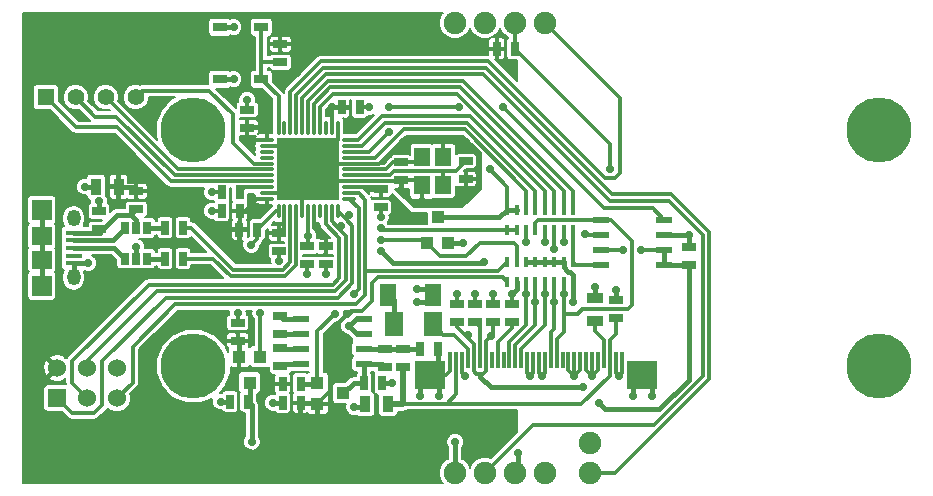
<source format=gtl>
G04 (created by PCBNEW (2013-07-07 BZR 4022)-stable) date 10/12/2013 15:05:52*
%MOIN*%
G04 Gerber Fmt 3.4, Leading zero omitted, Abs format*
%FSLAX34Y34*%
G01*
G70*
G90*
G04 APERTURE LIST*
%ADD10C,0.00590551*%
%ADD11R,0.0272X0.0394*%
%ADD12R,0.0551181X0.0748031*%
%ADD13R,0.0551X0.0236*%
%ADD14R,0.06X0.08*%
%ADD15R,0.035X0.055*%
%ADD16R,0.055X0.035*%
%ADD17R,0.045X0.025*%
%ADD18R,0.025X0.045*%
%ADD19R,0.055X0.055*%
%ADD20C,0.055*%
%ADD21R,0.0177165X0.0354331*%
%ADD22R,0.06X0.06*%
%ADD23C,0.06*%
%ADD24R,0.0531496X0.0177165*%
%ADD25O,0.0452756X0.0551181*%
%ADD26R,0.0669291X0.0669291*%
%ADD27R,0.0669291X0.0590551*%
%ADD28R,0.0472441X0.0314961*%
%ADD29C,0.216535*%
%ADD30C,0.0748031*%
%ADD31O,0.011811X0.0511811*%
%ADD32O,0.0511811X0.011811*%
%ADD33R,0.208661X0.208661*%
%ADD34R,0.0551181X0.0629921*%
%ADD35R,0.0433071X0.0433071*%
%ADD36R,0.011811X0.0570866*%
%ADD37R,0.102362X0.0925197*%
%ADD38C,0.0275591*%
%ADD39C,0.015748*%
%ADD40C,0.011811*%
%ADD41C,0.019685*%
%ADD42C,0.00787402*%
G04 APERTURE END LIST*
G54D10*
G54D11*
X65039Y-39724D03*
X65787Y-39724D03*
X65413Y-39724D03*
X65787Y-38700D03*
X65039Y-38700D03*
X65413Y-38700D03*
G54D12*
X73818Y-40944D03*
X75314Y-40944D03*
G54D13*
X73018Y-41730D03*
X70918Y-41730D03*
X73018Y-42230D03*
X73018Y-42730D03*
X73018Y-43230D03*
X70918Y-42230D03*
X70918Y-42730D03*
X70918Y-43230D03*
G54D14*
X75295Y-41909D03*
X73995Y-41909D03*
G54D15*
X73800Y-44566D03*
X73050Y-44566D03*
G54D16*
X80708Y-41792D03*
X80708Y-41042D03*
G54D15*
X64823Y-37322D03*
X64073Y-37322D03*
G54D17*
X77933Y-41835D03*
X77933Y-41235D03*
G54D18*
X70890Y-43897D03*
X70290Y-43897D03*
X77436Y-32736D03*
X78036Y-32736D03*
G54D17*
X70216Y-33174D03*
X70216Y-32574D03*
G54D18*
X69453Y-38759D03*
X68853Y-38759D03*
X66373Y-39724D03*
X66973Y-39724D03*
X66373Y-38700D03*
X66973Y-38700D03*
G54D17*
X65413Y-38075D03*
X65413Y-37475D03*
X76397Y-36471D03*
X76397Y-37071D03*
X76102Y-41835D03*
X76102Y-41235D03*
X73700Y-43331D03*
X73700Y-42731D03*
X76712Y-41835D03*
X76712Y-41235D03*
G54D18*
X74877Y-42736D03*
X75477Y-42736D03*
G54D17*
X70216Y-43311D03*
X70216Y-42711D03*
X70216Y-41648D03*
X70216Y-42248D03*
G54D18*
X73007Y-43877D03*
X73607Y-43877D03*
X70890Y-44527D03*
X70290Y-44527D03*
G54D17*
X77322Y-41835D03*
X77322Y-41235D03*
X81417Y-41717D03*
X81417Y-41117D03*
X83838Y-39925D03*
X83838Y-39325D03*
X74251Y-36511D03*
X74251Y-37111D03*
G54D18*
X69138Y-44488D03*
X68538Y-44488D03*
G54D17*
X68799Y-42465D03*
X68799Y-41865D03*
X69114Y-35359D03*
X69114Y-34759D03*
X70177Y-38873D03*
X70177Y-39473D03*
G54D18*
X68862Y-38129D03*
X68262Y-38129D03*
G54D17*
X71732Y-39306D03*
X71732Y-39906D03*
G54D18*
X72259Y-34685D03*
X72859Y-34685D03*
G54D17*
X73562Y-37416D03*
X73562Y-38016D03*
G54D18*
X68862Y-37519D03*
X68262Y-37519D03*
G54D17*
X71122Y-39306D03*
X71122Y-39906D03*
X64173Y-38744D03*
X64173Y-38144D03*
G54D19*
X62397Y-34350D03*
G54D20*
X63397Y-34350D03*
X64397Y-34350D03*
X65397Y-34350D03*
G54D21*
X77775Y-40492D03*
X78090Y-40492D03*
X78405Y-40492D03*
X78720Y-40492D03*
X79035Y-40492D03*
X79350Y-40492D03*
X79665Y-40492D03*
X79980Y-40492D03*
X79980Y-39822D03*
X79665Y-39822D03*
X79350Y-39822D03*
X79035Y-39822D03*
X78720Y-39822D03*
X78405Y-39822D03*
X78090Y-39822D03*
X77775Y-39822D03*
X77775Y-38759D03*
X78090Y-38759D03*
X78405Y-38759D03*
X78720Y-38759D03*
X79035Y-38759D03*
X79350Y-38759D03*
X79665Y-38759D03*
X79980Y-38759D03*
X79980Y-38090D03*
X79665Y-38090D03*
X79350Y-38090D03*
X79035Y-38090D03*
X78720Y-38090D03*
X78405Y-38090D03*
X78090Y-38090D03*
X77775Y-38090D03*
G54D22*
X62779Y-44377D03*
G54D23*
X62779Y-43377D03*
X63779Y-44377D03*
X63779Y-43377D03*
X64779Y-44377D03*
X64779Y-43377D03*
G54D24*
X63326Y-38858D03*
X63326Y-39114D03*
X63326Y-39370D03*
X63326Y-39625D03*
X63326Y-39881D03*
G54D25*
X63326Y-38385D03*
X63326Y-40354D03*
G54D26*
X62263Y-38110D03*
X62263Y-40629D03*
G54D27*
X62263Y-38976D03*
X62263Y-39763D03*
G54D28*
X69586Y-32007D03*
X69586Y-33740D03*
X68208Y-33740D03*
X68208Y-32007D03*
G54D29*
X67322Y-43307D03*
X90157Y-43307D03*
X90157Y-35433D03*
X67322Y-35433D03*
G54D30*
X76040Y-31870D03*
X77040Y-31870D03*
X78040Y-31870D03*
X79040Y-31870D03*
X79040Y-46870D03*
X78040Y-46870D03*
X77040Y-46870D03*
X76040Y-46870D03*
X80540Y-46870D03*
X80540Y-45870D03*
G54D17*
X74311Y-43331D03*
X74311Y-42731D03*
G54D31*
X70157Y-38129D03*
X70354Y-38129D03*
X70551Y-38129D03*
X70748Y-38129D03*
X70944Y-38129D03*
X71141Y-38129D03*
X71338Y-38129D03*
X71535Y-38129D03*
X71732Y-38129D03*
X71929Y-38129D03*
X72125Y-38129D03*
G54D32*
X72519Y-37736D03*
X72519Y-37539D03*
X72519Y-37342D03*
X72519Y-37145D03*
X72519Y-36948D03*
X72519Y-36751D03*
X72519Y-36555D03*
X72519Y-36358D03*
X72519Y-36161D03*
X72519Y-35964D03*
X72519Y-35767D03*
G54D31*
X72125Y-35374D03*
X71929Y-35374D03*
X71732Y-35374D03*
X71535Y-35374D03*
X71338Y-35374D03*
X71141Y-35374D03*
X70944Y-35374D03*
X70748Y-35374D03*
X70551Y-35374D03*
X70354Y-35374D03*
X70157Y-35374D03*
G54D32*
X69763Y-35767D03*
X69763Y-35964D03*
X69763Y-36161D03*
X69763Y-36358D03*
X69763Y-36555D03*
X69763Y-36751D03*
X69763Y-36948D03*
X69763Y-37145D03*
X69763Y-37342D03*
X69763Y-37539D03*
X69763Y-37736D03*
G54D33*
X71141Y-36751D03*
G54D13*
X82998Y-38423D03*
X80898Y-38423D03*
X82998Y-38923D03*
X82998Y-39423D03*
X82998Y-39923D03*
X80898Y-38923D03*
X80898Y-39423D03*
X80898Y-39923D03*
G54D34*
X75649Y-37283D03*
X75649Y-36338D03*
X74940Y-36338D03*
X74940Y-37283D03*
G54D35*
X71456Y-44562D03*
X71456Y-43862D03*
X72322Y-44212D03*
X75822Y-39212D03*
X75122Y-39212D03*
X75472Y-38346D03*
X68842Y-42992D03*
X69542Y-42992D03*
X69192Y-43858D03*
G54D36*
X75885Y-43110D03*
X76082Y-43110D03*
X76279Y-43110D03*
X76476Y-43110D03*
X76673Y-43110D03*
X76870Y-43110D03*
X77066Y-43110D03*
X77263Y-43110D03*
X77460Y-43110D03*
X77657Y-43110D03*
X77854Y-43110D03*
X78051Y-43110D03*
X78248Y-43110D03*
X78444Y-43110D03*
X78641Y-43110D03*
X78838Y-43110D03*
X79035Y-43110D03*
X79232Y-43110D03*
X79429Y-43110D03*
X79625Y-43110D03*
X79822Y-43110D03*
X80019Y-43110D03*
X80216Y-43110D03*
X80413Y-43110D03*
X80610Y-43110D03*
X80807Y-43110D03*
X81003Y-43110D03*
X81200Y-43110D03*
X81397Y-43110D03*
X81594Y-43110D03*
G54D37*
X75196Y-43602D03*
X82283Y-43602D03*
G54D38*
X82244Y-39429D03*
X81633Y-39429D03*
X80826Y-44547D03*
X80295Y-44015D03*
X76476Y-42283D03*
X73562Y-39468D03*
X71141Y-38976D03*
X77224Y-42303D03*
X77007Y-39822D03*
X73129Y-37421D03*
X69389Y-38129D03*
X71594Y-38976D03*
X71929Y-34685D03*
X70767Y-33523D03*
X72047Y-41555D03*
X72657Y-40905D03*
X79035Y-40905D03*
X79665Y-39173D03*
X78720Y-41161D03*
X79350Y-39389D03*
X78405Y-40905D03*
X78405Y-39173D03*
X81220Y-36751D03*
X77204Y-36751D03*
X69547Y-41535D03*
X69251Y-39271D03*
X80374Y-38917D03*
X79350Y-41161D03*
X79035Y-39173D03*
X76161Y-34685D03*
X77637Y-34685D03*
X73838Y-35492D03*
X73838Y-34685D03*
X79665Y-40905D03*
X72500Y-38287D03*
X73562Y-38720D03*
X73562Y-39094D03*
X72224Y-38641D03*
X78149Y-46200D03*
X69271Y-45826D03*
X76043Y-45826D03*
X76299Y-39212D03*
X76377Y-43641D03*
X78937Y-43641D03*
X78543Y-43641D03*
X80610Y-43641D03*
X80019Y-43641D03*
X81496Y-43641D03*
X83838Y-38937D03*
X81417Y-40787D03*
X79980Y-41161D03*
X80708Y-40669D03*
X77933Y-40905D03*
X72500Y-41968D03*
X74330Y-35984D03*
X76377Y-36003D03*
X73937Y-43877D03*
X72677Y-44685D03*
X74763Y-41161D03*
X74763Y-40728D03*
X77322Y-40905D03*
X76712Y-40905D03*
X76102Y-40905D03*
X75649Y-35787D03*
X74251Y-37440D03*
X76397Y-37401D03*
X74940Y-37814D03*
X68228Y-44488D03*
X68799Y-41535D03*
X70314Y-37578D03*
X71968Y-37578D03*
X70314Y-35925D03*
X71968Y-35925D03*
X71141Y-36751D03*
X68661Y-33740D03*
X68661Y-32007D03*
X73188Y-34685D03*
X63818Y-39881D03*
X63700Y-37322D03*
X64173Y-37814D03*
X73562Y-38346D03*
X70177Y-39803D03*
X71732Y-40236D03*
X71122Y-40236D03*
X67933Y-38129D03*
X67933Y-37519D03*
X69114Y-34429D03*
X65413Y-39330D03*
X69960Y-44527D03*
X75511Y-44291D03*
X74881Y-44291D03*
X81968Y-44291D03*
X82598Y-44291D03*
G54D39*
X74311Y-42731D02*
X74872Y-42731D01*
X74872Y-42731D02*
X74877Y-42736D01*
X73700Y-42731D02*
X74311Y-42731D01*
X73018Y-42730D02*
X73699Y-42730D01*
X73699Y-42730D02*
X73700Y-42731D01*
G54D40*
X80898Y-39423D02*
X81627Y-39423D01*
X82250Y-39423D02*
X82998Y-39423D01*
X82244Y-39429D02*
X82250Y-39423D01*
X81627Y-39423D02*
X81633Y-39429D01*
X76870Y-43562D02*
X76870Y-43641D01*
G54D39*
X83838Y-43759D02*
X83838Y-39925D01*
X82854Y-44744D02*
X83838Y-43759D01*
X81023Y-44744D02*
X82854Y-44744D01*
X80826Y-44547D02*
X81023Y-44744D01*
X77224Y-44015D02*
X80295Y-44015D01*
X76870Y-43661D02*
X77224Y-44015D01*
X76870Y-43641D02*
X76870Y-43661D01*
G54D40*
X76476Y-42283D02*
X76377Y-42283D01*
G54D39*
X73562Y-39468D02*
X73976Y-39881D01*
X77224Y-42303D02*
X77234Y-42312D01*
X76948Y-39881D02*
X77007Y-39822D01*
X73976Y-39881D02*
X76948Y-39881D01*
X82998Y-39423D02*
X82998Y-39923D01*
X83838Y-39925D02*
X83001Y-39925D01*
X83001Y-39925D02*
X82998Y-39923D01*
G54D40*
X76673Y-43110D02*
X76673Y-43484D01*
X77066Y-43484D02*
X77066Y-43110D01*
X76988Y-43562D02*
X77066Y-43484D01*
X76751Y-43562D02*
X76870Y-43562D01*
X76870Y-43562D02*
X76988Y-43562D01*
X76673Y-43484D02*
X76751Y-43562D01*
X77066Y-43110D02*
X77066Y-42480D01*
X77066Y-42480D02*
X77234Y-42312D01*
X77234Y-42312D02*
X77322Y-42224D01*
X77322Y-42224D02*
X77322Y-41835D01*
X76673Y-43110D02*
X76673Y-42578D01*
X76673Y-42578D02*
X76377Y-42283D01*
X76102Y-42007D02*
X76102Y-41835D01*
X76377Y-42283D02*
X76102Y-42007D01*
X71141Y-38129D02*
X71141Y-38976D01*
X71141Y-38976D02*
X71141Y-39286D01*
X71141Y-39286D02*
X71122Y-39306D01*
X73149Y-37401D02*
X73149Y-37342D01*
X73149Y-37401D02*
X73129Y-37421D01*
X77322Y-40354D02*
X77637Y-40354D01*
X77637Y-40354D02*
X77775Y-40492D01*
X71456Y-44562D02*
X71889Y-44129D01*
X71889Y-44129D02*
X71889Y-42145D01*
X71889Y-42145D02*
X72578Y-41456D01*
X72578Y-41456D02*
X72952Y-41456D01*
X72952Y-41456D02*
X73287Y-41122D01*
X73287Y-41122D02*
X73287Y-40531D01*
X73287Y-40531D02*
X73464Y-40354D01*
X73464Y-40354D02*
X77322Y-40354D01*
G54D39*
X70890Y-44527D02*
X71421Y-44527D01*
X71421Y-44527D02*
X71456Y-44562D01*
G54D40*
X72519Y-37342D02*
X73149Y-37342D01*
X73149Y-37342D02*
X73488Y-37342D01*
X73488Y-37342D02*
X73562Y-37416D01*
G54D39*
X68842Y-43025D02*
X68842Y-42509D01*
X68842Y-42509D02*
X68799Y-42465D01*
X68862Y-38129D02*
X69389Y-38129D01*
G54D40*
X72259Y-34685D02*
X71929Y-34685D01*
X71929Y-34685D02*
X71929Y-35374D01*
G54D39*
X64823Y-37322D02*
X65260Y-37322D01*
X65260Y-37322D02*
X65413Y-37475D01*
G54D40*
X70354Y-38129D02*
X70354Y-38696D01*
X70354Y-38696D02*
X70177Y-38873D01*
X71338Y-38129D02*
X71338Y-38720D01*
X71338Y-38720D02*
X71594Y-38976D01*
X71732Y-39114D02*
X71732Y-39306D01*
X71594Y-38976D02*
X71732Y-39114D01*
X69763Y-37736D02*
X69448Y-37736D01*
X69055Y-38129D02*
X68862Y-38129D01*
X69448Y-37736D02*
X69055Y-38129D01*
X69763Y-35767D02*
X69232Y-35767D01*
X69114Y-35649D02*
X69114Y-35359D01*
X69232Y-35767D02*
X69114Y-35649D01*
X75531Y-44566D02*
X80255Y-44566D01*
X81200Y-43622D02*
X81200Y-43110D01*
X80255Y-44566D02*
X81200Y-43622D01*
X81200Y-43110D02*
X81200Y-42440D01*
X81200Y-42440D02*
X81417Y-42224D01*
X81417Y-42224D02*
X81417Y-41717D01*
X74311Y-44566D02*
X75531Y-44566D01*
X75531Y-44566D02*
X75767Y-44566D01*
X76082Y-44251D02*
X76082Y-43110D01*
X75767Y-44566D02*
X76082Y-44251D01*
G54D41*
X74311Y-43331D02*
X74311Y-44566D01*
X74311Y-44566D02*
X73800Y-44566D01*
G54D40*
X69763Y-37145D02*
X66574Y-37145D01*
X63401Y-35354D02*
X62397Y-34350D01*
X64783Y-35354D02*
X63401Y-35354D01*
X66574Y-37145D02*
X64783Y-35354D01*
X69763Y-36948D02*
X66692Y-36948D01*
X64047Y-35000D02*
X63397Y-34350D01*
X64744Y-35000D02*
X64047Y-35000D01*
X66692Y-36948D02*
X64744Y-35000D01*
X69763Y-36751D02*
X66799Y-36751D01*
X66799Y-36751D02*
X64397Y-34350D01*
X69763Y-36555D02*
X69330Y-36555D01*
X65614Y-34133D02*
X65397Y-34350D01*
X67854Y-34133D02*
X65614Y-34133D01*
X68641Y-34921D02*
X67854Y-34133D01*
X68641Y-35866D02*
X68641Y-34921D01*
X69330Y-36555D02*
X68641Y-35866D01*
X71456Y-43862D02*
X71456Y-42145D01*
X71456Y-42145D02*
X72047Y-41555D01*
G54D39*
X70890Y-43897D02*
X71421Y-43897D01*
X71421Y-43897D02*
X71456Y-43862D01*
G54D40*
X72834Y-38051D02*
X72834Y-40728D01*
X72834Y-40728D02*
X72657Y-40905D01*
X72834Y-38051D02*
X72519Y-37736D01*
X83248Y-37578D02*
X84507Y-38838D01*
X81377Y-46870D02*
X80540Y-46870D01*
X84507Y-43740D02*
X81377Y-46870D01*
X84507Y-38838D02*
X84507Y-43740D01*
X70748Y-35374D02*
X70748Y-34271D01*
X81275Y-37578D02*
X83248Y-37578D01*
X77062Y-33366D02*
X81275Y-37578D01*
X71653Y-33366D02*
X77062Y-33366D01*
X70748Y-34271D02*
X71653Y-33366D01*
X71141Y-35374D02*
X71141Y-34468D01*
X79980Y-37460D02*
X79980Y-38090D01*
X76318Y-33799D02*
X79980Y-37460D01*
X71811Y-33799D02*
X76318Y-33799D01*
X71141Y-34468D02*
X71811Y-33799D01*
X80898Y-39923D02*
X80080Y-39923D01*
X80080Y-39923D02*
X79980Y-39822D01*
X79980Y-38759D02*
X79980Y-39822D01*
X79665Y-38759D02*
X79665Y-39173D01*
X79035Y-40492D02*
X79035Y-40905D01*
X79035Y-40905D02*
X79035Y-41948D01*
X78248Y-42736D02*
X78248Y-43110D01*
X79035Y-41948D02*
X78248Y-42736D01*
X71338Y-35374D02*
X71338Y-34566D01*
X71338Y-34566D02*
X71889Y-34015D01*
X79665Y-37460D02*
X79665Y-38090D01*
X76220Y-34015D02*
X79665Y-37460D01*
X71889Y-34015D02*
X76220Y-34015D01*
X79350Y-37460D02*
X79350Y-38090D01*
X76122Y-34232D02*
X79350Y-37460D01*
X71968Y-34232D02*
X76122Y-34232D01*
X71535Y-35374D02*
X71535Y-34665D01*
X71535Y-34665D02*
X71968Y-34232D01*
X72519Y-36358D02*
X73385Y-36358D01*
X78405Y-37460D02*
X78405Y-38090D01*
X76358Y-35413D02*
X78405Y-37460D01*
X74330Y-35413D02*
X76358Y-35413D01*
X73385Y-36358D02*
X74330Y-35413D01*
X79350Y-38759D02*
X79350Y-39389D01*
X78720Y-40492D02*
X78720Y-41161D01*
X78720Y-41161D02*
X78720Y-41948D01*
X78055Y-43110D02*
X78051Y-43110D01*
X78055Y-42614D02*
X78055Y-43110D01*
X78720Y-41948D02*
X78055Y-42614D01*
X78405Y-38759D02*
X78405Y-39173D01*
X77854Y-43110D02*
X77854Y-42500D01*
X78405Y-41948D02*
X78405Y-40905D01*
X78405Y-40905D02*
X78405Y-40492D01*
X77854Y-42500D02*
X78405Y-41948D01*
G54D39*
X75472Y-38346D02*
X77519Y-38346D01*
X77519Y-38346D02*
X77775Y-38090D01*
G54D40*
X77775Y-38090D02*
X77775Y-37322D01*
X81220Y-35920D02*
X78036Y-32736D01*
X81220Y-36751D02*
X81220Y-35920D01*
X77775Y-37322D02*
X77204Y-36751D01*
G54D39*
X77775Y-38090D02*
X78090Y-38090D01*
G54D40*
X78036Y-32736D02*
X78036Y-31874D01*
X78036Y-31874D02*
X78040Y-31870D01*
X81043Y-37047D02*
X81377Y-37047D01*
X81377Y-37047D02*
X81555Y-36870D01*
X80078Y-36082D02*
X81043Y-37047D01*
X81555Y-34385D02*
X79040Y-31870D01*
X81555Y-36870D02*
X81555Y-34385D01*
X79124Y-35127D02*
X80078Y-36082D01*
X77145Y-33149D02*
X79124Y-35127D01*
X70551Y-35374D02*
X70551Y-34173D01*
X71574Y-33149D02*
X77145Y-33149D01*
X70551Y-34173D02*
X71574Y-33149D01*
X69547Y-41535D02*
X69547Y-43020D01*
X69542Y-43025D02*
X69547Y-43020D01*
X69453Y-39070D02*
X69251Y-39271D01*
X69453Y-38759D02*
X69453Y-39070D01*
X70157Y-38129D02*
X70083Y-38129D01*
X70083Y-38129D02*
X69453Y-38759D01*
X84291Y-38937D02*
X84291Y-43641D01*
X78634Y-45275D02*
X77040Y-46870D01*
X82657Y-45275D02*
X78634Y-45275D01*
X84291Y-43641D02*
X82657Y-45275D01*
X70944Y-35374D02*
X70944Y-34370D01*
X83169Y-37814D02*
X84291Y-38937D01*
X81200Y-37814D02*
X83169Y-37814D01*
X76968Y-33582D02*
X81200Y-37814D01*
X71732Y-33582D02*
X76968Y-33582D01*
X70944Y-34370D02*
X71732Y-33582D01*
X80898Y-38923D02*
X80379Y-38923D01*
X80379Y-38923D02*
X80374Y-38917D01*
X79035Y-38759D02*
X79035Y-39173D01*
X79350Y-40492D02*
X79350Y-41161D01*
X79350Y-41161D02*
X79350Y-42066D01*
X79232Y-42185D02*
X79232Y-43110D01*
X79350Y-42066D02*
X79232Y-42185D01*
X72519Y-35964D02*
X72952Y-35964D01*
X78720Y-37460D02*
X78720Y-38090D01*
X76456Y-35196D02*
X78720Y-37460D01*
X73720Y-35196D02*
X76456Y-35196D01*
X72952Y-35964D02*
X73720Y-35196D01*
X72519Y-35767D02*
X72814Y-35767D01*
X79035Y-37460D02*
X79035Y-38090D01*
X76555Y-34980D02*
X79035Y-37460D01*
X73602Y-34980D02*
X76555Y-34980D01*
X72814Y-35767D02*
X73602Y-34980D01*
X77637Y-34685D02*
X81003Y-38051D01*
X73169Y-36161D02*
X73838Y-35492D01*
X72519Y-36161D02*
X73169Y-36161D01*
X73838Y-34685D02*
X76161Y-34685D01*
X82626Y-38051D02*
X82998Y-38423D01*
X81003Y-38051D02*
X82626Y-38051D01*
X80898Y-38423D02*
X81238Y-38423D01*
X80137Y-41555D02*
X79665Y-41555D01*
X80275Y-41417D02*
X80137Y-41555D01*
X81791Y-41417D02*
X80275Y-41417D01*
X81948Y-41259D02*
X81791Y-41417D01*
X81948Y-39133D02*
X81948Y-41259D01*
X81238Y-38423D02*
X81948Y-39133D01*
X78720Y-38759D02*
X78720Y-38523D01*
X80896Y-38425D02*
X80898Y-38423D01*
X78818Y-38425D02*
X80896Y-38425D01*
X78720Y-38523D02*
X78818Y-38425D01*
X79429Y-43110D02*
X79429Y-42401D01*
X79665Y-42165D02*
X79665Y-41555D01*
X79429Y-42401D02*
X79665Y-42165D01*
X79665Y-41555D02*
X79665Y-40905D01*
X79665Y-40905D02*
X79665Y-40492D01*
X73562Y-38720D02*
X73622Y-38779D01*
X77755Y-38779D02*
X77775Y-38759D01*
X73622Y-38779D02*
X77755Y-38779D01*
X77775Y-38759D02*
X78090Y-38759D01*
X72391Y-38395D02*
X72500Y-38287D01*
X72125Y-38129D02*
X72391Y-38395D01*
X72391Y-38395D02*
X72440Y-38444D01*
X72440Y-38444D02*
X72618Y-38622D01*
X72618Y-38622D02*
X72618Y-40531D01*
X63283Y-44881D02*
X62779Y-44377D01*
X72618Y-40531D02*
X72125Y-41023D01*
X72125Y-41023D02*
X66397Y-41023D01*
X66397Y-41023D02*
X64271Y-43149D01*
X64271Y-43149D02*
X64271Y-44606D01*
X64271Y-44606D02*
X63996Y-44881D01*
X63996Y-44881D02*
X63283Y-44881D01*
X78090Y-39291D02*
X78090Y-39822D01*
X77992Y-39192D02*
X78090Y-39291D01*
X76870Y-39192D02*
X77992Y-39192D01*
X76417Y-39645D02*
X76870Y-39192D01*
X75555Y-39645D02*
X76417Y-39645D01*
X75122Y-39212D02*
X75555Y-39645D01*
X73562Y-39094D02*
X75004Y-39094D01*
X72155Y-38710D02*
X72224Y-38641D01*
X75004Y-39094D02*
X75122Y-39212D01*
X71929Y-38129D02*
X71929Y-38484D01*
X63779Y-43149D02*
X63779Y-43377D01*
X66122Y-40807D02*
X63779Y-43149D01*
X72047Y-40807D02*
X66122Y-40807D01*
X72401Y-40452D02*
X72047Y-40807D01*
X72401Y-38956D02*
X72401Y-39803D01*
X72401Y-39803D02*
X72401Y-40452D01*
X71929Y-38484D02*
X72155Y-38710D01*
X72155Y-38710D02*
X72175Y-38730D01*
X72175Y-38730D02*
X72401Y-38956D01*
G54D39*
X78149Y-46760D02*
X78040Y-46870D01*
X78149Y-46200D02*
X78149Y-46760D01*
G54D40*
X71732Y-38129D02*
X71732Y-38582D01*
X63267Y-43866D02*
X63779Y-44377D01*
X63267Y-43149D02*
X63267Y-43866D01*
X65826Y-40590D02*
X63267Y-43149D01*
X71968Y-40590D02*
X65826Y-40590D01*
X72185Y-40374D02*
X71968Y-40590D01*
X72185Y-39035D02*
X72185Y-40374D01*
X71732Y-38582D02*
X72185Y-39035D01*
G54D39*
X65787Y-39724D02*
X66373Y-39724D01*
X66373Y-39724D02*
X66373Y-39724D01*
X65787Y-38700D02*
X66373Y-38700D01*
X66373Y-38700D02*
X66373Y-38700D01*
X69271Y-45826D02*
X69271Y-44621D01*
X69271Y-44621D02*
X69138Y-44488D01*
X69192Y-43825D02*
X69192Y-44433D01*
X69192Y-44433D02*
X69138Y-44488D01*
X76040Y-46870D02*
X76040Y-45829D01*
X76040Y-45829D02*
X76043Y-45826D01*
G54D40*
X69586Y-33169D02*
X70211Y-33169D01*
X70211Y-33169D02*
X70216Y-33174D01*
X70157Y-35374D02*
X70157Y-34311D01*
X70157Y-34311D02*
X69586Y-33740D01*
X69586Y-32007D02*
X69586Y-33169D01*
X69586Y-33169D02*
X69586Y-33740D01*
X73051Y-40137D02*
X77460Y-40137D01*
X77460Y-40137D02*
X77775Y-39822D01*
X72755Y-41240D02*
X73051Y-40944D01*
X73051Y-40157D02*
X73051Y-40137D01*
X73051Y-40137D02*
X73051Y-40944D01*
X72519Y-37539D02*
X72834Y-37539D01*
X73051Y-37755D02*
X73051Y-40157D01*
X72834Y-37539D02*
X73051Y-37755D01*
X72165Y-41240D02*
X72755Y-41240D01*
X65295Y-43862D02*
X64779Y-44377D01*
X65295Y-42657D02*
X65295Y-43862D01*
X66712Y-41240D02*
X65295Y-42657D01*
X72165Y-41240D02*
X66712Y-41240D01*
G54D39*
X75822Y-39212D02*
X76299Y-39212D01*
G54D40*
X76279Y-43110D02*
X76279Y-43543D01*
X76279Y-43543D02*
X76377Y-43641D01*
X79035Y-43110D02*
X79035Y-43543D01*
X78838Y-43543D02*
X78937Y-43641D01*
X78838Y-43543D02*
X78838Y-43110D01*
X79035Y-43543D02*
X78937Y-43641D01*
X78641Y-43110D02*
X78641Y-43543D01*
X78444Y-43543D02*
X78543Y-43641D01*
X78444Y-43543D02*
X78444Y-43110D01*
X78641Y-43543D02*
X78543Y-43641D01*
X80413Y-43110D02*
X80413Y-43444D01*
X80413Y-43444D02*
X80610Y-43641D01*
X80807Y-43110D02*
X80807Y-43444D01*
X80610Y-43641D02*
X80610Y-43110D01*
X80807Y-43444D02*
X80610Y-43641D01*
X79822Y-43110D02*
X79822Y-43444D01*
X79822Y-43444D02*
X80019Y-43641D01*
X80216Y-43110D02*
X80216Y-43444D01*
X80019Y-43641D02*
X80019Y-43110D01*
X80216Y-43444D02*
X80019Y-43641D01*
X81594Y-43110D02*
X81594Y-43543D01*
X81397Y-43543D02*
X81496Y-43641D01*
X81397Y-43543D02*
X81397Y-43110D01*
X81594Y-43543D02*
X81496Y-43641D01*
G54D39*
X83838Y-39325D02*
X83838Y-38937D01*
X83824Y-38923D02*
X83838Y-38937D01*
X83824Y-38923D02*
X82998Y-38923D01*
X81417Y-41117D02*
X81417Y-40787D01*
X79665Y-39822D02*
X79665Y-40019D01*
X79980Y-40275D02*
X79980Y-40492D01*
X79862Y-40157D02*
X79980Y-40275D01*
X79842Y-40157D02*
X79862Y-40157D01*
X79803Y-40157D02*
X79842Y-40157D01*
X79665Y-40019D02*
X79803Y-40157D01*
X79350Y-39822D02*
X79665Y-39822D01*
X79035Y-39822D02*
X79350Y-39822D01*
X78720Y-39822D02*
X79035Y-39822D01*
X78405Y-39822D02*
X78720Y-39822D01*
X79980Y-40492D02*
X79980Y-41161D01*
X80708Y-41042D02*
X80708Y-40669D01*
X78090Y-40492D02*
X78090Y-40748D01*
G54D40*
X77933Y-40905D02*
X77933Y-41235D01*
G54D39*
X78090Y-40748D02*
X77933Y-40905D01*
X73018Y-42230D02*
X72761Y-42230D01*
X72738Y-41730D02*
X72500Y-41968D01*
X72738Y-41730D02*
X73018Y-41730D01*
X72761Y-42230D02*
X72500Y-41968D01*
G54D40*
X74202Y-35856D02*
X74330Y-35984D01*
X76515Y-35866D02*
X76377Y-36003D01*
X72519Y-36555D02*
X71338Y-36555D01*
X71338Y-36555D02*
X71141Y-36751D01*
G54D39*
X73607Y-43877D02*
X73937Y-43877D01*
X73050Y-44566D02*
X72932Y-44685D01*
X72932Y-44685D02*
X72677Y-44685D01*
X75314Y-40944D02*
X75098Y-41161D01*
X75098Y-41161D02*
X74763Y-41161D01*
X75314Y-40944D02*
X75098Y-40728D01*
X75098Y-40728D02*
X74763Y-40728D01*
G54D40*
X77322Y-41235D02*
X77322Y-40905D01*
X76712Y-41235D02*
X76712Y-40905D01*
X76102Y-41235D02*
X76102Y-40905D01*
G54D39*
X75477Y-42736D02*
X75477Y-43322D01*
X75477Y-43322D02*
X75196Y-43602D01*
G54D40*
X75649Y-36338D02*
X75649Y-35787D01*
X72519Y-36555D02*
X73503Y-36555D01*
X74251Y-37440D02*
X74251Y-37111D01*
X74645Y-37834D02*
X74251Y-37440D01*
X76437Y-37834D02*
X74645Y-37834D01*
X76870Y-37401D02*
X76437Y-37834D01*
X76870Y-36220D02*
X76870Y-37401D01*
X76437Y-35787D02*
X76515Y-35866D01*
X76515Y-35866D02*
X76870Y-36220D01*
X74271Y-35787D02*
X76437Y-35787D01*
X73503Y-36555D02*
X74202Y-35856D01*
X74202Y-35856D02*
X74271Y-35787D01*
X76397Y-37071D02*
X76397Y-37401D01*
X74940Y-37283D02*
X74940Y-37814D01*
X74251Y-37111D02*
X74768Y-37111D01*
X74768Y-37111D02*
X74940Y-37283D01*
X72519Y-37145D02*
X74217Y-37145D01*
X74217Y-37145D02*
X74251Y-37111D01*
X75885Y-43110D02*
X75885Y-43464D01*
X75748Y-43602D02*
X75196Y-43602D01*
X75885Y-43464D02*
X75748Y-43602D01*
G54D39*
X68538Y-44488D02*
X68208Y-44488D01*
G54D40*
X68799Y-41865D02*
X68799Y-41535D01*
G54D39*
X63326Y-39881D02*
X63326Y-40354D01*
X70314Y-37578D02*
X71141Y-36751D01*
X71968Y-37578D02*
X71141Y-36751D01*
X70314Y-35925D02*
X71141Y-36751D01*
X71968Y-35925D02*
X71141Y-36751D01*
X68208Y-33740D02*
X68661Y-33740D01*
X68208Y-32007D02*
X68661Y-32007D01*
G54D40*
X72859Y-34685D02*
X73188Y-34685D01*
G54D39*
X63326Y-39881D02*
X63818Y-39881D01*
X62263Y-39763D02*
X62263Y-38976D01*
X62263Y-39763D02*
X62263Y-40767D01*
X62263Y-38976D02*
X62263Y-37972D01*
X64073Y-37322D02*
X63700Y-37322D01*
X64173Y-38144D02*
X64173Y-37814D01*
G54D40*
X69763Y-35964D02*
X70354Y-35964D01*
X70354Y-35964D02*
X71141Y-36751D01*
X72125Y-35374D02*
X72125Y-35767D01*
X72125Y-35767D02*
X71141Y-36751D01*
X72519Y-37145D02*
X71535Y-37145D01*
X71535Y-37145D02*
X71141Y-36751D01*
X70944Y-38129D02*
X70944Y-36948D01*
X70944Y-36948D02*
X71141Y-36751D01*
X69763Y-37539D02*
X70354Y-37539D01*
X70354Y-37539D02*
X71141Y-36751D01*
X73562Y-38016D02*
X73562Y-38346D01*
X70177Y-39473D02*
X70177Y-39803D01*
X71732Y-39906D02*
X71732Y-40236D01*
X71122Y-39906D02*
X71122Y-40236D01*
X68262Y-38129D02*
X67933Y-38129D01*
X68262Y-37519D02*
X67933Y-37519D01*
X69114Y-34759D02*
X69114Y-34429D01*
G54D39*
X65413Y-39724D02*
X65413Y-39330D01*
X70290Y-44527D02*
X69960Y-44527D01*
X75196Y-43602D02*
X75511Y-43917D01*
X75511Y-43917D02*
X75511Y-44291D01*
X75196Y-43602D02*
X74881Y-43917D01*
X74881Y-43917D02*
X74881Y-44291D01*
X82283Y-43602D02*
X81968Y-43917D01*
X81968Y-43917D02*
X81968Y-44291D01*
X82283Y-43602D02*
X82598Y-43917D01*
X82598Y-43917D02*
X82598Y-44291D01*
G54D40*
X76870Y-43110D02*
X76870Y-41992D01*
X76870Y-41992D02*
X76712Y-41835D01*
G54D39*
X70918Y-43230D02*
X70298Y-43230D01*
X70298Y-43230D02*
X70216Y-43311D01*
X70918Y-42230D02*
X70235Y-42230D01*
X70235Y-42230D02*
X70216Y-42248D01*
X70918Y-41730D02*
X70298Y-41730D01*
X70298Y-41730D02*
X70216Y-41648D01*
G54D40*
X81003Y-43110D02*
X81003Y-42440D01*
X80708Y-42145D02*
X80708Y-41792D01*
X81003Y-42440D02*
X80708Y-42145D01*
X77460Y-43110D02*
X77460Y-42500D01*
X77933Y-42027D02*
X77933Y-41835D01*
X77460Y-42500D02*
X77933Y-42027D01*
X74251Y-36511D02*
X74768Y-36511D01*
X74768Y-36511D02*
X74940Y-36338D01*
X72519Y-36751D02*
X73740Y-36751D01*
X73981Y-36511D02*
X74251Y-36511D01*
X73740Y-36751D02*
X73981Y-36511D01*
G54D39*
X63326Y-39114D02*
X64625Y-39114D01*
X64625Y-39114D02*
X65039Y-38700D01*
X73007Y-43877D02*
X72657Y-43877D01*
X72657Y-43877D02*
X72322Y-44212D01*
X73018Y-43230D02*
X73007Y-43241D01*
X73007Y-43241D02*
X73007Y-43877D01*
X73018Y-43230D02*
X73599Y-43230D01*
X73599Y-43230D02*
X73700Y-43331D01*
X70918Y-42730D02*
X70235Y-42730D01*
X70235Y-42730D02*
X70216Y-42711D01*
G54D40*
X66973Y-38700D02*
X67244Y-38700D01*
X70551Y-39842D02*
X70551Y-38129D01*
X70295Y-40098D02*
X70551Y-39842D01*
X68641Y-40098D02*
X70295Y-40098D01*
X67244Y-38700D02*
X68641Y-40098D01*
X70748Y-38129D02*
X70748Y-39940D01*
X67972Y-39724D02*
X66973Y-39724D01*
X68562Y-40314D02*
X67972Y-39724D01*
X70374Y-40314D02*
X68562Y-40314D01*
X70748Y-39940D02*
X70374Y-40314D01*
X69763Y-37342D02*
X69040Y-37342D01*
X69040Y-37342D02*
X68862Y-37519D01*
X75649Y-36811D02*
X75649Y-37283D01*
X72519Y-36948D02*
X73858Y-36948D01*
X76058Y-36811D02*
X76397Y-36471D01*
X73996Y-36811D02*
X75649Y-36811D01*
X75649Y-36811D02*
X76058Y-36811D01*
X73858Y-36948D02*
X73996Y-36811D01*
G54D39*
X65098Y-38267D02*
X65221Y-38267D01*
X65221Y-38267D02*
X65413Y-38075D01*
X64173Y-38744D02*
X64306Y-38744D01*
X65413Y-38425D02*
X65413Y-38700D01*
X65255Y-38267D02*
X65413Y-38425D01*
X64783Y-38267D02*
X65098Y-38267D01*
X65098Y-38267D02*
X65255Y-38267D01*
X64306Y-38744D02*
X64783Y-38267D01*
G54D40*
X64173Y-38744D02*
X64173Y-38818D01*
X64173Y-38818D02*
X64212Y-38858D01*
G54D39*
X63326Y-38858D02*
X64212Y-38858D01*
X63326Y-39370D02*
X64684Y-39370D01*
X64684Y-39370D02*
X65039Y-39724D01*
X73995Y-41909D02*
X73995Y-41121D01*
X73995Y-41121D02*
X73818Y-40944D01*
G54D40*
X76476Y-43110D02*
X76476Y-42736D01*
X75650Y-42263D02*
X75295Y-41909D01*
X76003Y-42263D02*
X75650Y-42263D01*
X76476Y-42736D02*
X76003Y-42263D01*
G54D10*
G36*
X76889Y-37404D02*
X76780Y-37514D01*
X76780Y-37227D01*
X76780Y-36915D01*
X76756Y-36857D01*
X76711Y-36813D01*
X76654Y-36789D01*
X76591Y-36789D01*
X76476Y-36789D01*
X76437Y-36828D01*
X76437Y-37032D01*
X76740Y-37032D01*
X76780Y-36992D01*
X76780Y-36915D01*
X76780Y-37227D01*
X76780Y-37150D01*
X76740Y-37111D01*
X76437Y-37111D01*
X76437Y-37314D01*
X76476Y-37354D01*
X76591Y-37354D01*
X76654Y-37354D01*
X76711Y-37330D01*
X76756Y-37285D01*
X76780Y-37227D01*
X76780Y-37514D01*
X76282Y-38011D01*
X75763Y-38011D01*
X75716Y-37992D01*
X75661Y-37992D01*
X75228Y-37992D01*
X75180Y-38011D01*
X74901Y-38011D01*
X74704Y-38011D01*
X74661Y-38011D01*
X74142Y-37491D01*
X74043Y-37393D01*
X74058Y-37393D01*
X74173Y-37393D01*
X74212Y-37354D01*
X74212Y-37150D01*
X74204Y-37150D01*
X74204Y-37071D01*
X74212Y-37071D01*
X74212Y-37063D01*
X74291Y-37063D01*
X74291Y-37071D01*
X74299Y-37071D01*
X74299Y-37150D01*
X74291Y-37150D01*
X74291Y-37354D01*
X74330Y-37393D01*
X74445Y-37393D01*
X74507Y-37393D01*
X74507Y-37629D01*
X74531Y-37687D01*
X74576Y-37731D01*
X74633Y-37755D01*
X74696Y-37755D01*
X74862Y-37755D01*
X74901Y-37716D01*
X74901Y-37322D01*
X74893Y-37322D01*
X74893Y-37244D01*
X74901Y-37244D01*
X74901Y-37236D01*
X74980Y-37236D01*
X74980Y-37244D01*
X74988Y-37244D01*
X74988Y-37322D01*
X74980Y-37322D01*
X74980Y-37716D01*
X75019Y-37755D01*
X75185Y-37755D01*
X75247Y-37755D01*
X75305Y-37731D01*
X75314Y-37722D01*
X75346Y-37736D01*
X75401Y-37736D01*
X75952Y-37736D01*
X76003Y-37715D01*
X76041Y-37676D01*
X76062Y-37625D01*
X76063Y-37571D01*
X76063Y-37309D01*
X76083Y-37330D01*
X76141Y-37354D01*
X76203Y-37354D01*
X76318Y-37354D01*
X76358Y-37314D01*
X76358Y-37111D01*
X76350Y-37111D01*
X76350Y-37032D01*
X76358Y-37032D01*
X76358Y-36828D01*
X76338Y-36808D01*
X76413Y-36734D01*
X76649Y-36734D01*
X76700Y-36713D01*
X76739Y-36674D01*
X76760Y-36624D01*
X76760Y-36569D01*
X76760Y-36319D01*
X76739Y-36268D01*
X76700Y-36229D01*
X76650Y-36208D01*
X76595Y-36208D01*
X76145Y-36208D01*
X76094Y-36229D01*
X76082Y-36241D01*
X76082Y-35992D01*
X76058Y-35934D01*
X76014Y-35890D01*
X75956Y-35866D01*
X75894Y-35866D01*
X75728Y-35866D01*
X75688Y-35905D01*
X75688Y-36299D01*
X75696Y-36299D01*
X75696Y-36377D01*
X75688Y-36377D01*
X75688Y-36385D01*
X75610Y-36385D01*
X75610Y-36377D01*
X75602Y-36377D01*
X75602Y-36299D01*
X75610Y-36299D01*
X75610Y-35905D01*
X75570Y-35866D01*
X75405Y-35866D01*
X75342Y-35866D01*
X75284Y-35890D01*
X75275Y-35899D01*
X75244Y-35885D01*
X75189Y-35885D01*
X74638Y-35885D01*
X74587Y-35906D01*
X74548Y-35945D01*
X74527Y-35996D01*
X74527Y-36050D01*
X74527Y-36257D01*
X74504Y-36248D01*
X74449Y-36248D01*
X73999Y-36248D01*
X73949Y-36269D01*
X73910Y-36307D01*
X73899Y-36333D01*
X73841Y-36371D01*
X73658Y-36555D01*
X73385Y-36555D01*
X73385Y-36555D01*
X73461Y-36540D01*
X73468Y-36535D01*
X73500Y-36535D01*
X74406Y-35629D01*
X76296Y-35629D01*
X76889Y-36223D01*
X76889Y-37404D01*
X76889Y-37404D01*
G37*
G54D42*
X76889Y-37404D02*
X76780Y-37514D01*
X76780Y-37227D01*
X76780Y-36915D01*
X76756Y-36857D01*
X76711Y-36813D01*
X76654Y-36789D01*
X76591Y-36789D01*
X76476Y-36789D01*
X76437Y-36828D01*
X76437Y-37032D01*
X76740Y-37032D01*
X76780Y-36992D01*
X76780Y-36915D01*
X76780Y-37227D01*
X76780Y-37150D01*
X76740Y-37111D01*
X76437Y-37111D01*
X76437Y-37314D01*
X76476Y-37354D01*
X76591Y-37354D01*
X76654Y-37354D01*
X76711Y-37330D01*
X76756Y-37285D01*
X76780Y-37227D01*
X76780Y-37514D01*
X76282Y-38011D01*
X75763Y-38011D01*
X75716Y-37992D01*
X75661Y-37992D01*
X75228Y-37992D01*
X75180Y-38011D01*
X74901Y-38011D01*
X74704Y-38011D01*
X74661Y-38011D01*
X74142Y-37491D01*
X74043Y-37393D01*
X74058Y-37393D01*
X74173Y-37393D01*
X74212Y-37354D01*
X74212Y-37150D01*
X74204Y-37150D01*
X74204Y-37071D01*
X74212Y-37071D01*
X74212Y-37063D01*
X74291Y-37063D01*
X74291Y-37071D01*
X74299Y-37071D01*
X74299Y-37150D01*
X74291Y-37150D01*
X74291Y-37354D01*
X74330Y-37393D01*
X74445Y-37393D01*
X74507Y-37393D01*
X74507Y-37629D01*
X74531Y-37687D01*
X74576Y-37731D01*
X74633Y-37755D01*
X74696Y-37755D01*
X74862Y-37755D01*
X74901Y-37716D01*
X74901Y-37322D01*
X74893Y-37322D01*
X74893Y-37244D01*
X74901Y-37244D01*
X74901Y-37236D01*
X74980Y-37236D01*
X74980Y-37244D01*
X74988Y-37244D01*
X74988Y-37322D01*
X74980Y-37322D01*
X74980Y-37716D01*
X75019Y-37755D01*
X75185Y-37755D01*
X75247Y-37755D01*
X75305Y-37731D01*
X75314Y-37722D01*
X75346Y-37736D01*
X75401Y-37736D01*
X75952Y-37736D01*
X76003Y-37715D01*
X76041Y-37676D01*
X76062Y-37625D01*
X76063Y-37571D01*
X76063Y-37309D01*
X76083Y-37330D01*
X76141Y-37354D01*
X76203Y-37354D01*
X76318Y-37354D01*
X76358Y-37314D01*
X76358Y-37111D01*
X76350Y-37111D01*
X76350Y-37032D01*
X76358Y-37032D01*
X76358Y-36828D01*
X76338Y-36808D01*
X76413Y-36734D01*
X76649Y-36734D01*
X76700Y-36713D01*
X76739Y-36674D01*
X76760Y-36624D01*
X76760Y-36569D01*
X76760Y-36319D01*
X76739Y-36268D01*
X76700Y-36229D01*
X76650Y-36208D01*
X76595Y-36208D01*
X76145Y-36208D01*
X76094Y-36229D01*
X76082Y-36241D01*
X76082Y-35992D01*
X76058Y-35934D01*
X76014Y-35890D01*
X75956Y-35866D01*
X75894Y-35866D01*
X75728Y-35866D01*
X75688Y-35905D01*
X75688Y-36299D01*
X75696Y-36299D01*
X75696Y-36377D01*
X75688Y-36377D01*
X75688Y-36385D01*
X75610Y-36385D01*
X75610Y-36377D01*
X75602Y-36377D01*
X75602Y-36299D01*
X75610Y-36299D01*
X75610Y-35905D01*
X75570Y-35866D01*
X75405Y-35866D01*
X75342Y-35866D01*
X75284Y-35890D01*
X75275Y-35899D01*
X75244Y-35885D01*
X75189Y-35885D01*
X74638Y-35885D01*
X74587Y-35906D01*
X74548Y-35945D01*
X74527Y-35996D01*
X74527Y-36050D01*
X74527Y-36257D01*
X74504Y-36248D01*
X74449Y-36248D01*
X73999Y-36248D01*
X73949Y-36269D01*
X73910Y-36307D01*
X73899Y-36333D01*
X73841Y-36371D01*
X73658Y-36555D01*
X73385Y-36555D01*
X73385Y-36555D01*
X73461Y-36540D01*
X73468Y-36535D01*
X73500Y-36535D01*
X74406Y-35629D01*
X76296Y-35629D01*
X76889Y-36223D01*
X76889Y-37404D01*
G54D10*
G36*
X71968Y-39623D02*
X71926Y-39623D01*
X71476Y-39623D01*
X71427Y-39644D01*
X71378Y-39623D01*
X71315Y-39623D01*
X70964Y-39623D01*
X70964Y-39588D01*
X71378Y-39588D01*
X71427Y-39568D01*
X71475Y-39588D01*
X71538Y-39588D01*
X71653Y-39588D01*
X71692Y-39549D01*
X71692Y-39345D01*
X71685Y-39345D01*
X71685Y-39266D01*
X71692Y-39266D01*
X71692Y-39063D01*
X71653Y-39023D01*
X71538Y-39023D01*
X71475Y-39023D01*
X71434Y-39040D01*
X71436Y-39035D01*
X71437Y-38917D01*
X71392Y-38809D01*
X71358Y-38775D01*
X71358Y-38543D01*
X71377Y-38543D01*
X71377Y-38511D01*
X71401Y-38534D01*
X71431Y-38521D01*
X71452Y-38534D01*
X71515Y-38547D01*
X71515Y-38582D01*
X71532Y-38665D01*
X71579Y-38735D01*
X71867Y-39023D01*
X71811Y-39023D01*
X71771Y-39063D01*
X71771Y-39266D01*
X71779Y-39266D01*
X71779Y-39345D01*
X71771Y-39345D01*
X71771Y-39549D01*
X71811Y-39588D01*
X71926Y-39588D01*
X71968Y-39588D01*
X71968Y-39623D01*
X71968Y-39623D01*
G37*
G54D42*
X71968Y-39623D02*
X71926Y-39623D01*
X71476Y-39623D01*
X71427Y-39644D01*
X71378Y-39623D01*
X71315Y-39623D01*
X70964Y-39623D01*
X70964Y-39588D01*
X71378Y-39588D01*
X71427Y-39568D01*
X71475Y-39588D01*
X71538Y-39588D01*
X71653Y-39588D01*
X71692Y-39549D01*
X71692Y-39345D01*
X71685Y-39345D01*
X71685Y-39266D01*
X71692Y-39266D01*
X71692Y-39063D01*
X71653Y-39023D01*
X71538Y-39023D01*
X71475Y-39023D01*
X71434Y-39040D01*
X71436Y-39035D01*
X71437Y-38917D01*
X71392Y-38809D01*
X71358Y-38775D01*
X71358Y-38543D01*
X71377Y-38543D01*
X71377Y-38511D01*
X71401Y-38534D01*
X71431Y-38521D01*
X71452Y-38534D01*
X71515Y-38547D01*
X71515Y-38582D01*
X71532Y-38665D01*
X71579Y-38735D01*
X71867Y-39023D01*
X71811Y-39023D01*
X71771Y-39063D01*
X71771Y-39266D01*
X71779Y-39266D01*
X71779Y-39345D01*
X71771Y-39345D01*
X71771Y-39549D01*
X71811Y-39588D01*
X71926Y-39588D01*
X71968Y-39588D01*
X71968Y-39623D01*
G54D10*
G36*
X73330Y-34946D02*
X72725Y-35551D01*
X72724Y-35551D01*
X72541Y-35551D01*
X72519Y-35551D01*
X72342Y-35551D01*
X72342Y-35374D01*
X72342Y-35169D01*
X72326Y-35086D01*
X72298Y-35044D01*
X72298Y-35028D01*
X72337Y-35067D01*
X72415Y-35067D01*
X72473Y-35043D01*
X72517Y-34999D01*
X72541Y-34941D01*
X72541Y-34878D01*
X72541Y-34763D01*
X72502Y-34724D01*
X72298Y-34724D01*
X72298Y-34732D01*
X72219Y-34732D01*
X72219Y-34724D01*
X72015Y-34724D01*
X71976Y-34763D01*
X71976Y-34878D01*
X71976Y-34941D01*
X71989Y-34972D01*
X71958Y-35002D01*
X71958Y-35037D01*
X71929Y-35081D01*
X71899Y-35037D01*
X71899Y-35002D01*
X71866Y-34969D01*
X71835Y-34982D01*
X71815Y-34969D01*
X71751Y-34956D01*
X71751Y-34755D01*
X71976Y-34530D01*
X71976Y-34606D01*
X72015Y-34645D01*
X72219Y-34645D01*
X72219Y-34637D01*
X72298Y-34637D01*
X72298Y-34645D01*
X72502Y-34645D01*
X72541Y-34606D01*
X72541Y-34491D01*
X72541Y-34448D01*
X72576Y-34448D01*
X72576Y-34491D01*
X72576Y-34941D01*
X72600Y-34999D01*
X72644Y-35043D01*
X72702Y-35067D01*
X72765Y-35067D01*
X73015Y-35067D01*
X73073Y-35043D01*
X73117Y-34999D01*
X73126Y-34978D01*
X73129Y-34980D01*
X73247Y-34980D01*
X73330Y-34946D01*
X73330Y-34946D01*
G37*
G54D42*
X73330Y-34946D02*
X72725Y-35551D01*
X72724Y-35551D01*
X72541Y-35551D01*
X72519Y-35551D01*
X72342Y-35551D01*
X72342Y-35374D01*
X72342Y-35169D01*
X72326Y-35086D01*
X72298Y-35044D01*
X72298Y-35028D01*
X72337Y-35067D01*
X72415Y-35067D01*
X72473Y-35043D01*
X72517Y-34999D01*
X72541Y-34941D01*
X72541Y-34878D01*
X72541Y-34763D01*
X72502Y-34724D01*
X72298Y-34724D01*
X72298Y-34732D01*
X72219Y-34732D01*
X72219Y-34724D01*
X72015Y-34724D01*
X71976Y-34763D01*
X71976Y-34878D01*
X71976Y-34941D01*
X71989Y-34972D01*
X71958Y-35002D01*
X71958Y-35037D01*
X71929Y-35081D01*
X71899Y-35037D01*
X71899Y-35002D01*
X71866Y-34969D01*
X71835Y-34982D01*
X71815Y-34969D01*
X71751Y-34956D01*
X71751Y-34755D01*
X71976Y-34530D01*
X71976Y-34606D01*
X72015Y-34645D01*
X72219Y-34645D01*
X72219Y-34637D01*
X72298Y-34637D01*
X72298Y-34645D01*
X72502Y-34645D01*
X72541Y-34606D01*
X72541Y-34491D01*
X72541Y-34448D01*
X72576Y-34448D01*
X72576Y-34491D01*
X72576Y-34941D01*
X72600Y-34999D01*
X72644Y-35043D01*
X72702Y-35067D01*
X72765Y-35067D01*
X73015Y-35067D01*
X73073Y-35043D01*
X73117Y-34999D01*
X73126Y-34978D01*
X73129Y-34980D01*
X73247Y-34980D01*
X73330Y-34946D01*
G54D10*
G36*
X75098Y-38562D02*
X73817Y-38562D01*
X73813Y-38553D01*
X73793Y-38533D01*
X73813Y-38513D01*
X73858Y-38405D01*
X73858Y-38287D01*
X73856Y-38283D01*
X73877Y-38275D01*
X73921Y-38230D01*
X73945Y-38172D01*
X73945Y-38110D01*
X73945Y-37860D01*
X73921Y-37802D01*
X73877Y-37758D01*
X73819Y-37734D01*
X73756Y-37734D01*
X73306Y-37734D01*
X73266Y-37750D01*
X73251Y-37676D01*
X73306Y-37698D01*
X73369Y-37699D01*
X73484Y-37699D01*
X73523Y-37659D01*
X73523Y-37455D01*
X73219Y-37455D01*
X73180Y-37495D01*
X73180Y-37572D01*
X73184Y-37583D01*
X72987Y-37386D01*
X72951Y-37362D01*
X73204Y-37362D01*
X73219Y-37377D01*
X73523Y-37377D01*
X73523Y-37369D01*
X73602Y-37369D01*
X73602Y-37377D01*
X73610Y-37377D01*
X73610Y-37455D01*
X73602Y-37455D01*
X73602Y-37659D01*
X73641Y-37699D01*
X73756Y-37699D01*
X73819Y-37698D01*
X73877Y-37674D01*
X73921Y-37630D01*
X73945Y-37573D01*
X74002Y-37631D01*
X74580Y-38208D01*
X74704Y-38208D01*
X74901Y-38208D01*
X75098Y-38208D01*
X75098Y-38562D01*
X75098Y-38562D01*
G37*
G54D42*
X75098Y-38562D02*
X73817Y-38562D01*
X73813Y-38553D01*
X73793Y-38533D01*
X73813Y-38513D01*
X73858Y-38405D01*
X73858Y-38287D01*
X73856Y-38283D01*
X73877Y-38275D01*
X73921Y-38230D01*
X73945Y-38172D01*
X73945Y-38110D01*
X73945Y-37860D01*
X73921Y-37802D01*
X73877Y-37758D01*
X73819Y-37734D01*
X73756Y-37734D01*
X73306Y-37734D01*
X73266Y-37750D01*
X73251Y-37676D01*
X73306Y-37698D01*
X73369Y-37699D01*
X73484Y-37699D01*
X73523Y-37659D01*
X73523Y-37455D01*
X73219Y-37455D01*
X73180Y-37495D01*
X73180Y-37572D01*
X73184Y-37583D01*
X72987Y-37386D01*
X72951Y-37362D01*
X73204Y-37362D01*
X73219Y-37377D01*
X73523Y-37377D01*
X73523Y-37369D01*
X73602Y-37369D01*
X73602Y-37377D01*
X73610Y-37377D01*
X73610Y-37455D01*
X73602Y-37455D01*
X73602Y-37659D01*
X73641Y-37699D01*
X73756Y-37699D01*
X73819Y-37698D01*
X73877Y-37674D01*
X73921Y-37630D01*
X73945Y-37573D01*
X74002Y-37631D01*
X74580Y-38208D01*
X74704Y-38208D01*
X74901Y-38208D01*
X75098Y-38208D01*
X75098Y-38562D01*
G54D10*
G36*
X78110Y-45493D02*
X77230Y-46373D01*
X77146Y-46338D01*
X76934Y-46338D01*
X76739Y-46419D01*
X76589Y-46568D01*
X76540Y-46688D01*
X76491Y-46569D01*
X76341Y-46419D01*
X76276Y-46392D01*
X76276Y-46011D01*
X76293Y-45994D01*
X76338Y-45885D01*
X76338Y-45768D01*
X76293Y-45659D01*
X76210Y-45576D01*
X76102Y-45531D01*
X75984Y-45531D01*
X75876Y-45576D01*
X75793Y-45659D01*
X75748Y-45767D01*
X75747Y-45885D01*
X75792Y-45993D01*
X75803Y-46004D01*
X75803Y-46392D01*
X75739Y-46419D01*
X75589Y-46568D01*
X75508Y-46763D01*
X75508Y-46975D01*
X75589Y-47170D01*
X75623Y-47204D01*
X71830Y-47204D01*
X71830Y-44810D01*
X71830Y-44641D01*
X71791Y-44601D01*
X71496Y-44601D01*
X71496Y-44897D01*
X71535Y-44936D01*
X71642Y-44936D01*
X71704Y-44936D01*
X71762Y-44912D01*
X71806Y-44868D01*
X71830Y-44810D01*
X71830Y-47204D01*
X71417Y-47204D01*
X71417Y-44897D01*
X71417Y-44601D01*
X71168Y-44601D01*
X71133Y-44566D01*
X70929Y-44566D01*
X70929Y-44870D01*
X70969Y-44910D01*
X71046Y-44910D01*
X71104Y-44886D01*
X71114Y-44876D01*
X71150Y-44912D01*
X71208Y-44936D01*
X71271Y-44936D01*
X71377Y-44936D01*
X71417Y-44897D01*
X71417Y-47204D01*
X70851Y-47204D01*
X70851Y-44870D01*
X70851Y-44566D01*
X70647Y-44566D01*
X70608Y-44606D01*
X70608Y-44721D01*
X70608Y-44784D01*
X70632Y-44841D01*
X70676Y-44886D01*
X70734Y-44910D01*
X70811Y-44910D01*
X70851Y-44870D01*
X70851Y-47204D01*
X70573Y-47204D01*
X70573Y-44721D01*
X70573Y-44271D01*
X70549Y-44213D01*
X70548Y-44212D01*
X70548Y-44211D01*
X70573Y-44154D01*
X70573Y-44091D01*
X70573Y-43976D01*
X70533Y-43937D01*
X70329Y-43937D01*
X70329Y-43944D01*
X70251Y-43944D01*
X70251Y-43937D01*
X70047Y-43937D01*
X70008Y-43976D01*
X70008Y-44091D01*
X70008Y-44154D01*
X70032Y-44211D01*
X70032Y-44212D01*
X70032Y-44213D01*
X70023Y-44233D01*
X70019Y-44232D01*
X69902Y-44232D01*
X69793Y-44277D01*
X69710Y-44360D01*
X69665Y-44468D01*
X69665Y-44586D01*
X69710Y-44694D01*
X69793Y-44777D01*
X69901Y-44822D01*
X70019Y-44822D01*
X70023Y-44821D01*
X70031Y-44841D01*
X70076Y-44885D01*
X70134Y-44910D01*
X70196Y-44910D01*
X70446Y-44910D01*
X70504Y-44886D01*
X70548Y-44841D01*
X70573Y-44784D01*
X70573Y-44721D01*
X70573Y-47204D01*
X69566Y-47204D01*
X69566Y-45768D01*
X69522Y-45659D01*
X69507Y-45645D01*
X69507Y-44621D01*
X69489Y-44530D01*
X69438Y-44454D01*
X69427Y-44442D01*
X69429Y-44433D01*
X69429Y-44232D01*
X69440Y-44232D01*
X69498Y-44208D01*
X69542Y-44164D01*
X69566Y-44106D01*
X69566Y-44043D01*
X69566Y-43610D01*
X69543Y-43552D01*
X69498Y-43508D01*
X69440Y-43484D01*
X69378Y-43484D01*
X68945Y-43484D01*
X68887Y-43508D01*
X68842Y-43552D01*
X68818Y-43610D01*
X68818Y-43672D01*
X68818Y-44105D01*
X68842Y-44163D01*
X68872Y-44193D01*
X68856Y-44231D01*
X68856Y-44294D01*
X68856Y-44744D01*
X68879Y-44802D01*
X68924Y-44846D01*
X68982Y-44870D01*
X69035Y-44870D01*
X69035Y-45645D01*
X69021Y-45659D01*
X68976Y-45767D01*
X68976Y-45885D01*
X69021Y-45993D01*
X69104Y-46076D01*
X69212Y-46121D01*
X69330Y-46122D01*
X69438Y-46077D01*
X69521Y-45994D01*
X69566Y-45885D01*
X69566Y-45768D01*
X69566Y-47204D01*
X68821Y-47204D01*
X61653Y-47204D01*
X61653Y-31535D01*
X75623Y-31535D01*
X75589Y-31568D01*
X75508Y-31763D01*
X75508Y-31975D01*
X75589Y-32170D01*
X75738Y-32320D01*
X75933Y-32401D01*
X76145Y-32401D01*
X76340Y-32320D01*
X76490Y-32171D01*
X76540Y-32051D01*
X76589Y-32170D01*
X76738Y-32320D01*
X76933Y-32401D01*
X77145Y-32401D01*
X77340Y-32320D01*
X77490Y-32171D01*
X77540Y-32051D01*
X77589Y-32170D01*
X77738Y-32320D01*
X77819Y-32354D01*
X77819Y-32380D01*
X77777Y-32421D01*
X77753Y-32479D01*
X77753Y-32542D01*
X77753Y-32992D01*
X77777Y-33050D01*
X77821Y-33094D01*
X77879Y-33118D01*
X77942Y-33118D01*
X78110Y-33118D01*
X78110Y-33807D01*
X77718Y-33416D01*
X77718Y-32930D01*
X77718Y-32542D01*
X77718Y-32479D01*
X77694Y-32421D01*
X77650Y-32377D01*
X77592Y-32353D01*
X77514Y-32353D01*
X77475Y-32393D01*
X77475Y-32696D01*
X77679Y-32696D01*
X77718Y-32657D01*
X77718Y-32542D01*
X77718Y-32930D01*
X77718Y-32814D01*
X77679Y-32775D01*
X77475Y-32775D01*
X77475Y-33079D01*
X77514Y-33118D01*
X77592Y-33118D01*
X77650Y-33094D01*
X77694Y-33050D01*
X77718Y-32992D01*
X77718Y-32930D01*
X77718Y-33416D01*
X77389Y-33086D01*
X77396Y-33079D01*
X77396Y-32775D01*
X77396Y-32696D01*
X77396Y-32393D01*
X77357Y-32353D01*
X77280Y-32353D01*
X77222Y-32377D01*
X77177Y-32421D01*
X77153Y-32479D01*
X77153Y-32542D01*
X77153Y-32657D01*
X77193Y-32696D01*
X77396Y-32696D01*
X77396Y-32775D01*
X77193Y-32775D01*
X77153Y-32814D01*
X77153Y-32930D01*
X77153Y-32934D01*
X77145Y-32933D01*
X71574Y-32933D01*
X71491Y-32949D01*
X71421Y-32996D01*
X70398Y-34020D01*
X70351Y-34090D01*
X70334Y-34173D01*
X70334Y-34193D01*
X70310Y-34157D01*
X70310Y-34157D01*
X69980Y-33827D01*
X69980Y-33551D01*
X69956Y-33493D01*
X69912Y-33449D01*
X69854Y-33425D01*
X69803Y-33425D01*
X69803Y-33385D01*
X69857Y-33385D01*
X69857Y-33388D01*
X69902Y-33432D01*
X69960Y-33456D01*
X70022Y-33456D01*
X70472Y-33456D01*
X70530Y-33432D01*
X70574Y-33388D01*
X70598Y-33330D01*
X70599Y-33267D01*
X70599Y-33017D01*
X70599Y-32730D01*
X70599Y-32417D01*
X70575Y-32359D01*
X70530Y-32315D01*
X70472Y-32291D01*
X70410Y-32291D01*
X70295Y-32291D01*
X70255Y-32330D01*
X70255Y-32534D01*
X70559Y-32534D01*
X70599Y-32495D01*
X70599Y-32417D01*
X70599Y-32730D01*
X70599Y-32652D01*
X70559Y-32613D01*
X70255Y-32613D01*
X70255Y-32817D01*
X70295Y-32856D01*
X70410Y-32856D01*
X70472Y-32856D01*
X70530Y-32832D01*
X70575Y-32788D01*
X70599Y-32730D01*
X70599Y-33017D01*
X70575Y-32959D01*
X70530Y-32915D01*
X70472Y-32891D01*
X70410Y-32891D01*
X70177Y-32891D01*
X70177Y-32817D01*
X70177Y-32613D01*
X70177Y-32534D01*
X70177Y-32330D01*
X70137Y-32291D01*
X70022Y-32291D01*
X69960Y-32291D01*
X69902Y-32315D01*
X69857Y-32359D01*
X69834Y-32417D01*
X69834Y-32495D01*
X69873Y-32534D01*
X70177Y-32534D01*
X70177Y-32613D01*
X69873Y-32613D01*
X69834Y-32652D01*
X69834Y-32730D01*
X69857Y-32788D01*
X69902Y-32832D01*
X69960Y-32856D01*
X70022Y-32856D01*
X70137Y-32856D01*
X70177Y-32817D01*
X70177Y-32891D01*
X69960Y-32891D01*
X69902Y-32915D01*
X69865Y-32952D01*
X69803Y-32952D01*
X69803Y-32322D01*
X69854Y-32322D01*
X69911Y-32298D01*
X69956Y-32254D01*
X69980Y-32196D01*
X69980Y-32134D01*
X69980Y-31819D01*
X69956Y-31761D01*
X69912Y-31716D01*
X69854Y-31692D01*
X69791Y-31692D01*
X69319Y-31692D01*
X69261Y-31716D01*
X69216Y-31761D01*
X69192Y-31818D01*
X69192Y-31881D01*
X69192Y-32196D01*
X69216Y-32254D01*
X69261Y-32298D01*
X69318Y-32322D01*
X69370Y-32322D01*
X69370Y-33169D01*
X69370Y-33425D01*
X69319Y-33425D01*
X69261Y-33449D01*
X69216Y-33493D01*
X69192Y-33551D01*
X69192Y-33613D01*
X69192Y-33928D01*
X69216Y-33986D01*
X69261Y-34031D01*
X69318Y-34055D01*
X69381Y-34055D01*
X69595Y-34055D01*
X69940Y-34400D01*
X69940Y-35169D01*
X69940Y-35374D01*
X69940Y-35551D01*
X69803Y-35551D01*
X69803Y-35738D01*
X69811Y-35738D01*
X69811Y-35748D01*
X69763Y-35748D01*
X69724Y-35748D01*
X69724Y-35738D01*
X69724Y-35551D01*
X69527Y-35551D01*
X69472Y-35572D01*
X69496Y-35515D01*
X69496Y-35202D01*
X69472Y-35144D01*
X69428Y-35100D01*
X69370Y-35076D01*
X69307Y-35076D01*
X69192Y-35076D01*
X69153Y-35115D01*
X69153Y-35319D01*
X69457Y-35319D01*
X69496Y-35280D01*
X69496Y-35202D01*
X69496Y-35515D01*
X69496Y-35437D01*
X69457Y-35398D01*
X69153Y-35398D01*
X69153Y-35602D01*
X69192Y-35641D01*
X69307Y-35641D01*
X69370Y-35641D01*
X69399Y-35629D01*
X69385Y-35642D01*
X69359Y-35704D01*
X69392Y-35738D01*
X69724Y-35738D01*
X69724Y-35748D01*
X69558Y-35748D01*
X69475Y-35764D01*
X69426Y-35797D01*
X69392Y-35797D01*
X69359Y-35830D01*
X69372Y-35861D01*
X69358Y-35881D01*
X69342Y-35964D01*
X69358Y-36047D01*
X69369Y-36062D01*
X69358Y-36078D01*
X69342Y-36161D01*
X69358Y-36244D01*
X69369Y-36259D01*
X69358Y-36275D01*
X69358Y-36276D01*
X68858Y-35776D01*
X68858Y-35641D01*
X68920Y-35641D01*
X69035Y-35641D01*
X69074Y-35602D01*
X69074Y-35398D01*
X69066Y-35398D01*
X69066Y-35319D01*
X69074Y-35319D01*
X69074Y-35115D01*
X69035Y-35076D01*
X68920Y-35076D01*
X68858Y-35076D01*
X68858Y-35041D01*
X68920Y-35041D01*
X69370Y-35041D01*
X69428Y-35017D01*
X69472Y-34973D01*
X69496Y-34915D01*
X69496Y-34852D01*
X69496Y-34602D01*
X69472Y-34544D01*
X69428Y-34500D01*
X69407Y-34492D01*
X69409Y-34488D01*
X69409Y-34370D01*
X69364Y-34262D01*
X69281Y-34178D01*
X69173Y-34133D01*
X69055Y-34133D01*
X68947Y-34178D01*
X68863Y-34261D01*
X68818Y-34370D01*
X68818Y-34487D01*
X68820Y-34491D01*
X68800Y-34500D01*
X68755Y-34544D01*
X68731Y-34602D01*
X68731Y-34665D01*
X68731Y-34704D01*
X68081Y-34055D01*
X68476Y-34055D01*
X68533Y-34031D01*
X68551Y-34014D01*
X68602Y-34035D01*
X68719Y-34035D01*
X68828Y-33990D01*
X68911Y-33907D01*
X68956Y-33799D01*
X68956Y-33681D01*
X68956Y-31949D01*
X68911Y-31840D01*
X68828Y-31757D01*
X68720Y-31712D01*
X68602Y-31712D01*
X68551Y-31733D01*
X68534Y-31716D01*
X68476Y-31692D01*
X68413Y-31692D01*
X67941Y-31692D01*
X67883Y-31716D01*
X67839Y-31761D01*
X67814Y-31818D01*
X67814Y-31881D01*
X67814Y-32196D01*
X67838Y-32254D01*
X67883Y-32298D01*
X67940Y-32322D01*
X68003Y-32322D01*
X68476Y-32322D01*
X68533Y-32298D01*
X68551Y-32281D01*
X68602Y-32303D01*
X68719Y-32303D01*
X68828Y-32258D01*
X68911Y-32175D01*
X68956Y-32066D01*
X68956Y-31949D01*
X68956Y-33681D01*
X68911Y-33573D01*
X68828Y-33489D01*
X68720Y-33444D01*
X68602Y-33444D01*
X68551Y-33466D01*
X68534Y-33449D01*
X68476Y-33425D01*
X68413Y-33425D01*
X67941Y-33425D01*
X67883Y-33449D01*
X67839Y-33493D01*
X67814Y-33551D01*
X67814Y-33613D01*
X67814Y-33917D01*
X65614Y-33917D01*
X65531Y-33933D01*
X65527Y-33936D01*
X65484Y-33917D01*
X65311Y-33917D01*
X65152Y-33983D01*
X65031Y-34105D01*
X64965Y-34263D01*
X64965Y-34436D01*
X65030Y-34595D01*
X65152Y-34716D01*
X65311Y-34782D01*
X65483Y-34782D01*
X65642Y-34717D01*
X65764Y-34595D01*
X65830Y-34436D01*
X65830Y-34350D01*
X66695Y-34350D01*
X66621Y-34381D01*
X66272Y-34729D01*
X66082Y-35185D01*
X66082Y-35678D01*
X66117Y-35764D01*
X64818Y-34464D01*
X64830Y-34436D01*
X64830Y-34264D01*
X64764Y-34105D01*
X64642Y-33983D01*
X64484Y-33917D01*
X64311Y-33917D01*
X64152Y-33983D01*
X64031Y-34105D01*
X63965Y-34263D01*
X63965Y-34436D01*
X64030Y-34595D01*
X64152Y-34716D01*
X64311Y-34782D01*
X64483Y-34782D01*
X64512Y-34771D01*
X64524Y-34783D01*
X64136Y-34783D01*
X63818Y-34464D01*
X63830Y-34436D01*
X63830Y-34264D01*
X63764Y-34105D01*
X63642Y-33983D01*
X63484Y-33917D01*
X63311Y-33917D01*
X63152Y-33983D01*
X63031Y-34105D01*
X62965Y-34263D01*
X62965Y-34436D01*
X63030Y-34595D01*
X63152Y-34716D01*
X63311Y-34782D01*
X63483Y-34782D01*
X63512Y-34771D01*
X63878Y-35137D01*
X63491Y-35137D01*
X62830Y-34476D01*
X62830Y-34044D01*
X62806Y-33986D01*
X62761Y-33941D01*
X62704Y-33917D01*
X62641Y-33917D01*
X62091Y-33917D01*
X62033Y-33941D01*
X61989Y-33986D01*
X61965Y-34043D01*
X61965Y-34106D01*
X61965Y-34656D01*
X61989Y-34714D01*
X62033Y-34758D01*
X62091Y-34782D01*
X62153Y-34782D01*
X62523Y-34782D01*
X63248Y-35507D01*
X63248Y-35507D01*
X63318Y-35554D01*
X63401Y-35570D01*
X64693Y-35570D01*
X66421Y-37298D01*
X66421Y-37298D01*
X66491Y-37345D01*
X66574Y-37362D01*
X66574Y-37362D01*
X66574Y-37362D01*
X67678Y-37362D01*
X67637Y-37460D01*
X67637Y-37578D01*
X67682Y-37686D01*
X67765Y-37769D01*
X67874Y-37814D01*
X67991Y-37815D01*
X67995Y-37813D01*
X68000Y-37824D01*
X67995Y-37836D01*
X67992Y-37834D01*
X67874Y-37834D01*
X67766Y-37879D01*
X67682Y-37962D01*
X67637Y-38070D01*
X67637Y-38188D01*
X67682Y-38296D01*
X67765Y-38380D01*
X67874Y-38425D01*
X67991Y-38425D01*
X67995Y-38423D01*
X68004Y-38444D01*
X68048Y-38488D01*
X68106Y-38512D01*
X68169Y-38512D01*
X68419Y-38512D01*
X68477Y-38488D01*
X68521Y-38444D01*
X68545Y-38386D01*
X68545Y-38323D01*
X68545Y-37873D01*
X68525Y-37824D01*
X68545Y-37776D01*
X68545Y-37713D01*
X68545Y-37362D01*
X68580Y-37362D01*
X68580Y-37775D01*
X68600Y-37824D01*
X68580Y-37873D01*
X68580Y-37936D01*
X68580Y-38051D01*
X68619Y-38090D01*
X68823Y-38090D01*
X68823Y-38082D01*
X68902Y-38082D01*
X68902Y-38090D01*
X69106Y-38090D01*
X69145Y-38051D01*
X69145Y-37936D01*
X69145Y-37873D01*
X69125Y-37824D01*
X69145Y-37776D01*
X69145Y-37713D01*
X69145Y-37559D01*
X69346Y-37559D01*
X69358Y-37622D01*
X69372Y-37642D01*
X69359Y-37673D01*
X69392Y-37706D01*
X69426Y-37706D01*
X69475Y-37739D01*
X69558Y-37755D01*
X69763Y-37755D01*
X69811Y-37755D01*
X69811Y-37765D01*
X69803Y-37765D01*
X69803Y-37952D01*
X69940Y-37952D01*
X69940Y-37969D01*
X69930Y-37976D01*
X69930Y-37976D01*
X69724Y-38182D01*
X69724Y-37952D01*
X69724Y-37765D01*
X69392Y-37765D01*
X69359Y-37798D01*
X69385Y-37861D01*
X69447Y-37921D01*
X69527Y-37952D01*
X69724Y-37952D01*
X69724Y-38182D01*
X69529Y-38377D01*
X69297Y-38377D01*
X69239Y-38401D01*
X69195Y-38445D01*
X69171Y-38503D01*
X69171Y-38566D01*
X69171Y-38985D01*
X69145Y-38996D01*
X69145Y-38323D01*
X69145Y-38208D01*
X69106Y-38169D01*
X68902Y-38169D01*
X68902Y-38407D01*
X68892Y-38416D01*
X68892Y-38720D01*
X69096Y-38720D01*
X69136Y-38681D01*
X69136Y-38566D01*
X69135Y-38503D01*
X69114Y-38451D01*
X69121Y-38444D01*
X69145Y-38386D01*
X69145Y-38323D01*
X69145Y-38996D01*
X69136Y-39000D01*
X69136Y-38953D01*
X69136Y-38838D01*
X69096Y-38799D01*
X68892Y-38799D01*
X68892Y-39102D01*
X68932Y-39142D01*
X68985Y-39142D01*
X68956Y-39212D01*
X68956Y-39330D01*
X69001Y-39438D01*
X69084Y-39521D01*
X69192Y-39566D01*
X69310Y-39566D01*
X69419Y-39522D01*
X69502Y-39439D01*
X69547Y-39330D01*
X69547Y-39282D01*
X69606Y-39223D01*
X69606Y-39223D01*
X69606Y-39223D01*
X69653Y-39152D01*
X69659Y-39121D01*
X69667Y-39118D01*
X69711Y-39074D01*
X69735Y-39016D01*
X69736Y-38953D01*
X69736Y-38783D01*
X69794Y-38724D01*
X69794Y-38794D01*
X69834Y-38833D01*
X70137Y-38833D01*
X70137Y-38630D01*
X70098Y-38590D01*
X69983Y-38590D01*
X69928Y-38590D01*
X70020Y-38498D01*
X70074Y-38534D01*
X70157Y-38551D01*
X70240Y-38534D01*
X70260Y-38521D01*
X70291Y-38534D01*
X70314Y-38511D01*
X70314Y-38543D01*
X70334Y-38543D01*
X70334Y-38590D01*
X70255Y-38590D01*
X70216Y-38630D01*
X70216Y-38833D01*
X70224Y-38833D01*
X70224Y-38912D01*
X70216Y-38912D01*
X70216Y-39116D01*
X70255Y-39155D01*
X70334Y-39155D01*
X70334Y-39190D01*
X70137Y-39190D01*
X70137Y-39116D01*
X70137Y-38912D01*
X69834Y-38912D01*
X69794Y-38951D01*
X69794Y-39029D01*
X69818Y-39087D01*
X69862Y-39131D01*
X69920Y-39155D01*
X69983Y-39155D01*
X70098Y-39155D01*
X70137Y-39116D01*
X70137Y-39190D01*
X69920Y-39190D01*
X69863Y-39214D01*
X69818Y-39258D01*
X69794Y-39316D01*
X69794Y-39379D01*
X69794Y-39629D01*
X69818Y-39687D01*
X69862Y-39731D01*
X69883Y-39740D01*
X69881Y-39744D01*
X69881Y-39861D01*
X69890Y-39881D01*
X68823Y-39881D01*
X68823Y-38473D01*
X68823Y-38169D01*
X68619Y-38169D01*
X68580Y-38208D01*
X68580Y-38323D01*
X68580Y-38386D01*
X68602Y-38438D01*
X68595Y-38445D01*
X68571Y-38503D01*
X68571Y-38566D01*
X68571Y-38681D01*
X68610Y-38720D01*
X68814Y-38720D01*
X68814Y-38482D01*
X68823Y-38473D01*
X68823Y-39881D01*
X68814Y-39881D01*
X68814Y-39102D01*
X68814Y-38799D01*
X68610Y-38799D01*
X68571Y-38838D01*
X68571Y-38953D01*
X68571Y-39016D01*
X68595Y-39074D01*
X68639Y-39118D01*
X68697Y-39142D01*
X68774Y-39142D01*
X68814Y-39102D01*
X68814Y-39881D01*
X68731Y-39881D01*
X67397Y-38547D01*
X67326Y-38500D01*
X67255Y-38486D01*
X67255Y-38444D01*
X67231Y-38386D01*
X67187Y-38342D01*
X67129Y-38318D01*
X67067Y-38318D01*
X66817Y-38318D01*
X66759Y-38342D01*
X66714Y-38386D01*
X66690Y-38444D01*
X66690Y-38506D01*
X66690Y-38956D01*
X66714Y-39014D01*
X66758Y-39059D01*
X66816Y-39083D01*
X66879Y-39083D01*
X67129Y-39083D01*
X67187Y-39059D01*
X67231Y-39015D01*
X67237Y-39000D01*
X67744Y-39507D01*
X67255Y-39507D01*
X67255Y-39468D01*
X67231Y-39410D01*
X67187Y-39365D01*
X67129Y-39341D01*
X67067Y-39341D01*
X66817Y-39341D01*
X66759Y-39365D01*
X66714Y-39410D01*
X66690Y-39467D01*
X66690Y-39530D01*
X66690Y-39980D01*
X66714Y-40038D01*
X66758Y-40082D01*
X66816Y-40106D01*
X66879Y-40106D01*
X67129Y-40106D01*
X67187Y-40082D01*
X67231Y-40038D01*
X67255Y-39980D01*
X67255Y-39940D01*
X67882Y-39940D01*
X68315Y-40374D01*
X66655Y-40374D01*
X66655Y-39918D01*
X66655Y-39468D01*
X66631Y-39410D01*
X66587Y-39365D01*
X66529Y-39341D01*
X66467Y-39341D01*
X66217Y-39341D01*
X66159Y-39365D01*
X66114Y-39410D01*
X66090Y-39467D01*
X66090Y-39488D01*
X66077Y-39488D01*
X66056Y-39438D01*
X66012Y-39394D01*
X65954Y-39370D01*
X65892Y-39370D01*
X65708Y-39370D01*
X65708Y-39272D01*
X65663Y-39163D01*
X65580Y-39080D01*
X65519Y-39055D01*
X65580Y-39055D01*
X65600Y-39046D01*
X65619Y-39055D01*
X65682Y-39055D01*
X65954Y-39055D01*
X66012Y-39031D01*
X66056Y-38986D01*
X66077Y-38936D01*
X66090Y-38936D01*
X66090Y-38956D01*
X66114Y-39014D01*
X66158Y-39059D01*
X66216Y-39083D01*
X66279Y-39083D01*
X66529Y-39083D01*
X66587Y-39059D01*
X66631Y-39015D01*
X66655Y-38957D01*
X66655Y-38894D01*
X66655Y-38444D01*
X66631Y-38386D01*
X66587Y-38342D01*
X66529Y-38318D01*
X66467Y-38318D01*
X66217Y-38318D01*
X66159Y-38342D01*
X66114Y-38386D01*
X66090Y-38444D01*
X66090Y-38464D01*
X66077Y-38464D01*
X66056Y-38414D01*
X66012Y-38370D01*
X65954Y-38346D01*
X65892Y-38346D01*
X65698Y-38346D01*
X65727Y-38334D01*
X65771Y-38289D01*
X65795Y-38232D01*
X65795Y-38169D01*
X65795Y-37919D01*
X65795Y-37631D01*
X65795Y-37319D01*
X65771Y-37261D01*
X65727Y-37217D01*
X65669Y-37193D01*
X65607Y-37193D01*
X65492Y-37193D01*
X65452Y-37232D01*
X65452Y-37436D01*
X65756Y-37436D01*
X65795Y-37396D01*
X65795Y-37319D01*
X65795Y-37631D01*
X65795Y-37554D01*
X65756Y-37514D01*
X65452Y-37514D01*
X65452Y-37718D01*
X65492Y-37758D01*
X65607Y-37758D01*
X65669Y-37758D01*
X65727Y-37734D01*
X65771Y-37689D01*
X65795Y-37631D01*
X65795Y-37919D01*
X65771Y-37861D01*
X65727Y-37817D01*
X65669Y-37793D01*
X65607Y-37793D01*
X65374Y-37793D01*
X65374Y-37718D01*
X65374Y-37514D01*
X65366Y-37514D01*
X65366Y-37436D01*
X65374Y-37436D01*
X65374Y-37232D01*
X65334Y-37193D01*
X65219Y-37193D01*
X65156Y-37193D01*
X65156Y-37193D01*
X65156Y-37079D01*
X65156Y-37016D01*
X65132Y-36958D01*
X65087Y-36914D01*
X65030Y-36890D01*
X64902Y-36890D01*
X64863Y-36929D01*
X64863Y-37283D01*
X64871Y-37283D01*
X64871Y-37362D01*
X64863Y-37362D01*
X64863Y-37715D01*
X64902Y-37755D01*
X65030Y-37755D01*
X65087Y-37731D01*
X65092Y-37727D01*
X65099Y-37734D01*
X65156Y-37758D01*
X65219Y-37758D01*
X65334Y-37758D01*
X65374Y-37718D01*
X65374Y-37793D01*
X65157Y-37793D01*
X65099Y-37817D01*
X65054Y-37861D01*
X65030Y-37919D01*
X65030Y-37981D01*
X65030Y-38031D01*
X64784Y-38031D01*
X64784Y-37715D01*
X64784Y-37362D01*
X64784Y-37283D01*
X64784Y-36929D01*
X64745Y-36890D01*
X64617Y-36890D01*
X64559Y-36914D01*
X64515Y-36958D01*
X64491Y-37016D01*
X64491Y-37079D01*
X64491Y-37244D01*
X64530Y-37283D01*
X64784Y-37283D01*
X64784Y-37362D01*
X64530Y-37362D01*
X64491Y-37401D01*
X64491Y-37566D01*
X64491Y-37629D01*
X64515Y-37687D01*
X64559Y-37731D01*
X64617Y-37755D01*
X64745Y-37755D01*
X64784Y-37715D01*
X64784Y-38031D01*
X64783Y-38031D01*
X64693Y-38049D01*
X64616Y-38100D01*
X64616Y-38100D01*
X64616Y-38100D01*
X64555Y-38161D01*
X64555Y-37988D01*
X64531Y-37930D01*
X64487Y-37886D01*
X64466Y-37877D01*
X64468Y-37873D01*
X64468Y-37756D01*
X64423Y-37647D01*
X64405Y-37630D01*
X64406Y-37629D01*
X64406Y-37566D01*
X64406Y-37016D01*
X64382Y-36958D01*
X64338Y-36914D01*
X64280Y-36890D01*
X64217Y-36890D01*
X63867Y-36890D01*
X63809Y-36914D01*
X63765Y-36958D01*
X63741Y-37016D01*
X63741Y-37027D01*
X63642Y-37027D01*
X63533Y-37072D01*
X63450Y-37155D01*
X63405Y-37263D01*
X63405Y-37381D01*
X63450Y-37489D01*
X63533Y-37573D01*
X63641Y-37618D01*
X63741Y-37618D01*
X63741Y-37629D01*
X63765Y-37686D01*
X63809Y-37731D01*
X63867Y-37755D01*
X63878Y-37755D01*
X63878Y-37755D01*
X63877Y-37873D01*
X63879Y-37877D01*
X63859Y-37886D01*
X63814Y-37930D01*
X63790Y-37988D01*
X63790Y-38051D01*
X63790Y-38301D01*
X63814Y-38358D01*
X63858Y-38403D01*
X63916Y-38427D01*
X63979Y-38427D01*
X64289Y-38427D01*
X64254Y-38462D01*
X63917Y-38462D01*
X63859Y-38486D01*
X63814Y-38530D01*
X63790Y-38588D01*
X63790Y-38622D01*
X63660Y-38622D01*
X63681Y-38590D01*
X63710Y-38443D01*
X63710Y-38328D01*
X63681Y-38181D01*
X63598Y-38056D01*
X63473Y-37973D01*
X63326Y-37944D01*
X63179Y-37973D01*
X63055Y-38056D01*
X62972Y-38181D01*
X62942Y-38328D01*
X62942Y-38443D01*
X62972Y-38590D01*
X62996Y-38626D01*
X62971Y-38636D01*
X62927Y-38680D01*
X62903Y-38738D01*
X62903Y-38800D01*
X62903Y-38978D01*
X62906Y-38986D01*
X62903Y-38994D01*
X62903Y-39056D01*
X62903Y-39233D01*
X62906Y-39242D01*
X62903Y-39250D01*
X62903Y-39312D01*
X62903Y-39489D01*
X62906Y-39497D01*
X62903Y-39505D01*
X62903Y-39568D01*
X62903Y-39745D01*
X62906Y-39753D01*
X62903Y-39761D01*
X62903Y-39824D01*
X62903Y-40001D01*
X62927Y-40059D01*
X62971Y-40103D01*
X62996Y-40113D01*
X62972Y-40149D01*
X62942Y-40296D01*
X62942Y-40412D01*
X62972Y-40558D01*
X63055Y-40683D01*
X63179Y-40766D01*
X63326Y-40795D01*
X63473Y-40766D01*
X63598Y-40683D01*
X63681Y-40558D01*
X63710Y-40412D01*
X63710Y-40296D01*
X63681Y-40149D01*
X63676Y-40142D01*
X63759Y-40177D01*
X63877Y-40177D01*
X63985Y-40132D01*
X64069Y-40049D01*
X64114Y-39940D01*
X64114Y-39823D01*
X64069Y-39714D01*
X63986Y-39631D01*
X63925Y-39606D01*
X64587Y-39606D01*
X64745Y-39765D01*
X64745Y-39952D01*
X64769Y-40010D01*
X64814Y-40055D01*
X64871Y-40079D01*
X64934Y-40079D01*
X65206Y-40079D01*
X65226Y-40070D01*
X65245Y-40079D01*
X65308Y-40079D01*
X65580Y-40079D01*
X65600Y-40070D01*
X65619Y-40079D01*
X65682Y-40079D01*
X65954Y-40079D01*
X66012Y-40055D01*
X66056Y-40010D01*
X66077Y-39960D01*
X66090Y-39960D01*
X66090Y-39980D01*
X66114Y-40038D01*
X66158Y-40082D01*
X66216Y-40106D01*
X66279Y-40106D01*
X66529Y-40106D01*
X66587Y-40082D01*
X66631Y-40038D01*
X66655Y-39980D01*
X66655Y-39918D01*
X66655Y-40374D01*
X65826Y-40374D01*
X65743Y-40390D01*
X65673Y-40437D01*
X63114Y-42996D01*
X63091Y-43031D01*
X63080Y-43020D01*
X63052Y-43049D01*
X63020Y-42978D01*
X62849Y-42916D01*
X62755Y-42921D01*
X62755Y-40933D01*
X62755Y-40264D01*
X62732Y-40206D01*
X62703Y-40177D01*
X62731Y-40148D01*
X62755Y-40090D01*
X62755Y-40027D01*
X62755Y-39437D01*
X62732Y-39379D01*
X62722Y-39370D01*
X62731Y-39360D01*
X62755Y-39303D01*
X62755Y-39240D01*
X62755Y-38649D01*
X62732Y-38592D01*
X62703Y-38562D01*
X62731Y-38534D01*
X62755Y-38476D01*
X62755Y-38413D01*
X62755Y-37744D01*
X62732Y-37686D01*
X62687Y-37642D01*
X62629Y-37618D01*
X62567Y-37618D01*
X61897Y-37618D01*
X61840Y-37642D01*
X61795Y-37686D01*
X61771Y-37744D01*
X61771Y-37806D01*
X61771Y-38476D01*
X61795Y-38533D01*
X61824Y-38563D01*
X61795Y-38591D01*
X61771Y-38649D01*
X61771Y-38712D01*
X61771Y-39302D01*
X61795Y-39360D01*
X61804Y-39370D01*
X61795Y-39379D01*
X61771Y-39437D01*
X61771Y-39499D01*
X61771Y-40090D01*
X61795Y-40148D01*
X61824Y-40177D01*
X61795Y-40205D01*
X61771Y-40263D01*
X61771Y-40326D01*
X61771Y-40995D01*
X61795Y-41053D01*
X61839Y-41097D01*
X61897Y-41122D01*
X61960Y-41122D01*
X62629Y-41122D01*
X62687Y-41098D01*
X62731Y-41053D01*
X62755Y-40996D01*
X62755Y-40933D01*
X62755Y-42921D01*
X62667Y-42925D01*
X62538Y-42978D01*
X62506Y-43049D01*
X62779Y-43322D01*
X62785Y-43316D01*
X62840Y-43372D01*
X62835Y-43377D01*
X62840Y-43383D01*
X62785Y-43439D01*
X62779Y-43433D01*
X62723Y-43489D01*
X62723Y-43377D01*
X62450Y-43105D01*
X62380Y-43136D01*
X62318Y-43307D01*
X62326Y-43489D01*
X62380Y-43619D01*
X62450Y-43650D01*
X62723Y-43377D01*
X62723Y-43489D01*
X62506Y-43706D01*
X62538Y-43777D01*
X62709Y-43839D01*
X62891Y-43830D01*
X63020Y-43777D01*
X63051Y-43709D01*
X63051Y-43866D01*
X63061Y-43920D01*
X63048Y-43920D01*
X62448Y-43920D01*
X62390Y-43944D01*
X62346Y-43988D01*
X62322Y-44046D01*
X62322Y-44109D01*
X62322Y-44709D01*
X62345Y-44767D01*
X62390Y-44811D01*
X62448Y-44835D01*
X62510Y-44835D01*
X62930Y-44835D01*
X63130Y-45035D01*
X63130Y-45035D01*
X63200Y-45081D01*
X63283Y-45098D01*
X63996Y-45098D01*
X64078Y-45081D01*
X64149Y-45035D01*
X64424Y-44759D01*
X64424Y-44759D01*
X64424Y-44759D01*
X64460Y-44705D01*
X64520Y-44765D01*
X64688Y-44835D01*
X64870Y-44835D01*
X65038Y-44766D01*
X65167Y-44637D01*
X65236Y-44469D01*
X65237Y-44287D01*
X65219Y-44244D01*
X65448Y-44015D01*
X65448Y-44015D01*
X65448Y-44015D01*
X65495Y-43945D01*
X65495Y-43945D01*
X65508Y-43878D01*
X65511Y-43862D01*
X65511Y-43862D01*
X65511Y-43862D01*
X65511Y-42747D01*
X66802Y-41456D01*
X68512Y-41456D01*
X68503Y-41476D01*
X68503Y-41593D01*
X68505Y-41598D01*
X68485Y-41606D01*
X68440Y-41651D01*
X68416Y-41708D01*
X68416Y-41771D01*
X68416Y-42021D01*
X68440Y-42079D01*
X68484Y-42123D01*
X68542Y-42147D01*
X68605Y-42147D01*
X69055Y-42147D01*
X69113Y-42123D01*
X69157Y-42079D01*
X69181Y-42021D01*
X69181Y-41959D01*
X69181Y-41709D01*
X69157Y-41651D01*
X69113Y-41606D01*
X69092Y-41598D01*
X69094Y-41594D01*
X69094Y-41476D01*
X69086Y-41456D01*
X69260Y-41456D01*
X69252Y-41476D01*
X69251Y-41593D01*
X69296Y-41702D01*
X69330Y-41736D01*
X69330Y-42618D01*
X69295Y-42618D01*
X69237Y-42642D01*
X69192Y-42686D01*
X69192Y-42686D01*
X69192Y-42686D01*
X69166Y-42659D01*
X69181Y-42621D01*
X69181Y-42309D01*
X69157Y-42251D01*
X69113Y-42206D01*
X69055Y-42182D01*
X68993Y-42182D01*
X68877Y-42182D01*
X68838Y-42222D01*
X68838Y-42425D01*
X69142Y-42425D01*
X69181Y-42386D01*
X69181Y-42309D01*
X69181Y-42621D01*
X69181Y-42544D01*
X69142Y-42504D01*
X68838Y-42504D01*
X68838Y-42512D01*
X68759Y-42512D01*
X68759Y-42504D01*
X68759Y-42425D01*
X68759Y-42222D01*
X68720Y-42182D01*
X68605Y-42182D01*
X68542Y-42182D01*
X68484Y-42206D01*
X68440Y-42251D01*
X68416Y-42309D01*
X68416Y-42386D01*
X68456Y-42425D01*
X68759Y-42425D01*
X68759Y-42504D01*
X68456Y-42504D01*
X68416Y-42544D01*
X68416Y-42621D01*
X68440Y-42679D01*
X68479Y-42718D01*
X68468Y-42744D01*
X68468Y-42806D01*
X68468Y-42833D01*
X68374Y-42605D01*
X68026Y-42256D01*
X67570Y-42067D01*
X67077Y-42066D01*
X66621Y-42255D01*
X66272Y-42603D01*
X66082Y-43059D01*
X66082Y-43552D01*
X66270Y-44008D01*
X66619Y-44357D01*
X67075Y-44547D01*
X67568Y-44547D01*
X67949Y-44390D01*
X67933Y-44429D01*
X67933Y-44546D01*
X67977Y-44655D01*
X68060Y-44738D01*
X68169Y-44783D01*
X68272Y-44783D01*
X68279Y-44802D01*
X68324Y-44846D01*
X68382Y-44870D01*
X68444Y-44870D01*
X68694Y-44870D01*
X68752Y-44846D01*
X68797Y-44802D01*
X68821Y-44744D01*
X68821Y-44682D01*
X68821Y-44232D01*
X68797Y-44174D01*
X68752Y-44129D01*
X68695Y-44105D01*
X68632Y-44105D01*
X68382Y-44105D01*
X68324Y-44129D01*
X68280Y-44173D01*
X68272Y-44192D01*
X68190Y-44192D01*
X68373Y-44010D01*
X68562Y-43554D01*
X68562Y-43352D01*
X68595Y-43366D01*
X68764Y-43366D01*
X68803Y-43326D01*
X68803Y-43031D01*
X68795Y-43031D01*
X68795Y-42952D01*
X68803Y-42952D01*
X68803Y-42944D01*
X68882Y-42944D01*
X68882Y-42952D01*
X68890Y-42952D01*
X68890Y-43031D01*
X68882Y-43031D01*
X68882Y-43326D01*
X68921Y-43366D01*
X69090Y-43366D01*
X69148Y-43342D01*
X69192Y-43297D01*
X69192Y-43297D01*
X69237Y-43342D01*
X69294Y-43366D01*
X69357Y-43366D01*
X69790Y-43366D01*
X69834Y-43348D01*
X69834Y-43467D01*
X69857Y-43525D01*
X69902Y-43570D01*
X69960Y-43594D01*
X70022Y-43594D01*
X70027Y-43594D01*
X70008Y-43641D01*
X70008Y-43703D01*
X70008Y-43818D01*
X70047Y-43858D01*
X70251Y-43858D01*
X70251Y-43850D01*
X70329Y-43850D01*
X70329Y-43858D01*
X70533Y-43858D01*
X70573Y-43818D01*
X70573Y-43703D01*
X70573Y-43641D01*
X70548Y-43583D01*
X70533Y-43567D01*
X70574Y-43526D01*
X70587Y-43495D01*
X70611Y-43505D01*
X70674Y-43505D01*
X71167Y-43505D01*
X71151Y-43512D01*
X71114Y-43548D01*
X71104Y-43539D01*
X71047Y-43515D01*
X70984Y-43515D01*
X70734Y-43515D01*
X70676Y-43539D01*
X70632Y-43583D01*
X70608Y-43641D01*
X70608Y-43703D01*
X70608Y-44153D01*
X70631Y-44211D01*
X70632Y-44212D01*
X70632Y-44213D01*
X70608Y-44271D01*
X70608Y-44333D01*
X70608Y-44448D01*
X70647Y-44488D01*
X70851Y-44488D01*
X70851Y-44480D01*
X70929Y-44480D01*
X70929Y-44488D01*
X71087Y-44488D01*
X71122Y-44523D01*
X71417Y-44523D01*
X71417Y-44515D01*
X71496Y-44515D01*
X71496Y-44523D01*
X71791Y-44523D01*
X71830Y-44483D01*
X71830Y-44314D01*
X71806Y-44256D01*
X71762Y-44212D01*
X71762Y-44212D01*
X71806Y-44168D01*
X71830Y-44110D01*
X71830Y-44047D01*
X71830Y-43614D01*
X71806Y-43556D01*
X71762Y-43512D01*
X71704Y-43488D01*
X71673Y-43488D01*
X71673Y-42235D01*
X72058Y-41850D01*
X72105Y-41850D01*
X72214Y-41805D01*
X72297Y-41722D01*
X72342Y-41614D01*
X72342Y-41496D01*
X72326Y-41456D01*
X72598Y-41456D01*
X72598Y-41545D01*
X72571Y-41563D01*
X72461Y-41673D01*
X72441Y-41673D01*
X72332Y-41718D01*
X72249Y-41801D01*
X72204Y-41909D01*
X72204Y-42026D01*
X72249Y-42135D01*
X72332Y-42218D01*
X72441Y-42263D01*
X72461Y-42263D01*
X72591Y-42394D01*
X72598Y-42410D01*
X72598Y-42549D01*
X72585Y-42580D01*
X72585Y-42643D01*
X72585Y-42879D01*
X72609Y-42937D01*
X72652Y-42980D01*
X72609Y-43022D01*
X72585Y-43080D01*
X72585Y-43143D01*
X72585Y-43379D01*
X72609Y-43437D01*
X72653Y-43481D01*
X72711Y-43505D01*
X72770Y-43505D01*
X72770Y-43541D01*
X72748Y-43563D01*
X72724Y-43621D01*
X72724Y-43641D01*
X72657Y-43641D01*
X72567Y-43659D01*
X72490Y-43710D01*
X72362Y-43838D01*
X72075Y-43838D01*
X72017Y-43862D01*
X71972Y-43906D01*
X71948Y-43964D01*
X71948Y-44027D01*
X71948Y-44460D01*
X71972Y-44518D01*
X72016Y-44562D01*
X72074Y-44586D01*
X72137Y-44586D01*
X72398Y-44586D01*
X72381Y-44626D01*
X72381Y-44743D01*
X72426Y-44852D01*
X72509Y-44935D01*
X72618Y-44980D01*
X72735Y-44980D01*
X72774Y-44964D01*
X72785Y-44975D01*
X72843Y-44999D01*
X72906Y-44999D01*
X73256Y-44999D01*
X73314Y-44975D01*
X73358Y-44931D01*
X73382Y-44873D01*
X73382Y-44810D01*
X73382Y-44260D01*
X73358Y-44202D01*
X73314Y-44158D01*
X73284Y-44146D01*
X73289Y-44134D01*
X73289Y-44071D01*
X73289Y-43621D01*
X73265Y-43563D01*
X73243Y-43541D01*
X73243Y-43505D01*
X73325Y-43505D01*
X73325Y-43505D01*
X73342Y-43545D01*
X73354Y-43557D01*
X73348Y-43563D01*
X73324Y-43621D01*
X73324Y-43684D01*
X73324Y-44134D01*
X73348Y-44192D01*
X73392Y-44236D01*
X73450Y-44260D01*
X73467Y-44260D01*
X73467Y-44260D01*
X73467Y-44323D01*
X73467Y-44873D01*
X73491Y-44931D01*
X73535Y-44975D01*
X73593Y-44999D01*
X73656Y-44999D01*
X74006Y-44999D01*
X74064Y-44975D01*
X74108Y-44931D01*
X74132Y-44873D01*
X74132Y-44822D01*
X74311Y-44822D01*
X74408Y-44803D01*
X74438Y-44783D01*
X75531Y-44783D01*
X75767Y-44783D01*
X78110Y-44783D01*
X78110Y-45493D01*
X78110Y-45493D01*
G37*
G54D42*
X78110Y-45493D02*
X77230Y-46373D01*
X77146Y-46338D01*
X76934Y-46338D01*
X76739Y-46419D01*
X76589Y-46568D01*
X76540Y-46688D01*
X76491Y-46569D01*
X76341Y-46419D01*
X76276Y-46392D01*
X76276Y-46011D01*
X76293Y-45994D01*
X76338Y-45885D01*
X76338Y-45768D01*
X76293Y-45659D01*
X76210Y-45576D01*
X76102Y-45531D01*
X75984Y-45531D01*
X75876Y-45576D01*
X75793Y-45659D01*
X75748Y-45767D01*
X75747Y-45885D01*
X75792Y-45993D01*
X75803Y-46004D01*
X75803Y-46392D01*
X75739Y-46419D01*
X75589Y-46568D01*
X75508Y-46763D01*
X75508Y-46975D01*
X75589Y-47170D01*
X75623Y-47204D01*
X71830Y-47204D01*
X71830Y-44810D01*
X71830Y-44641D01*
X71791Y-44601D01*
X71496Y-44601D01*
X71496Y-44897D01*
X71535Y-44936D01*
X71642Y-44936D01*
X71704Y-44936D01*
X71762Y-44912D01*
X71806Y-44868D01*
X71830Y-44810D01*
X71830Y-47204D01*
X71417Y-47204D01*
X71417Y-44897D01*
X71417Y-44601D01*
X71168Y-44601D01*
X71133Y-44566D01*
X70929Y-44566D01*
X70929Y-44870D01*
X70969Y-44910D01*
X71046Y-44910D01*
X71104Y-44886D01*
X71114Y-44876D01*
X71150Y-44912D01*
X71208Y-44936D01*
X71271Y-44936D01*
X71377Y-44936D01*
X71417Y-44897D01*
X71417Y-47204D01*
X70851Y-47204D01*
X70851Y-44870D01*
X70851Y-44566D01*
X70647Y-44566D01*
X70608Y-44606D01*
X70608Y-44721D01*
X70608Y-44784D01*
X70632Y-44841D01*
X70676Y-44886D01*
X70734Y-44910D01*
X70811Y-44910D01*
X70851Y-44870D01*
X70851Y-47204D01*
X70573Y-47204D01*
X70573Y-44721D01*
X70573Y-44271D01*
X70549Y-44213D01*
X70548Y-44212D01*
X70548Y-44211D01*
X70573Y-44154D01*
X70573Y-44091D01*
X70573Y-43976D01*
X70533Y-43937D01*
X70329Y-43937D01*
X70329Y-43944D01*
X70251Y-43944D01*
X70251Y-43937D01*
X70047Y-43937D01*
X70008Y-43976D01*
X70008Y-44091D01*
X70008Y-44154D01*
X70032Y-44211D01*
X70032Y-44212D01*
X70032Y-44213D01*
X70023Y-44233D01*
X70019Y-44232D01*
X69902Y-44232D01*
X69793Y-44277D01*
X69710Y-44360D01*
X69665Y-44468D01*
X69665Y-44586D01*
X69710Y-44694D01*
X69793Y-44777D01*
X69901Y-44822D01*
X70019Y-44822D01*
X70023Y-44821D01*
X70031Y-44841D01*
X70076Y-44885D01*
X70134Y-44910D01*
X70196Y-44910D01*
X70446Y-44910D01*
X70504Y-44886D01*
X70548Y-44841D01*
X70573Y-44784D01*
X70573Y-44721D01*
X70573Y-47204D01*
X69566Y-47204D01*
X69566Y-45768D01*
X69522Y-45659D01*
X69507Y-45645D01*
X69507Y-44621D01*
X69489Y-44530D01*
X69438Y-44454D01*
X69427Y-44442D01*
X69429Y-44433D01*
X69429Y-44232D01*
X69440Y-44232D01*
X69498Y-44208D01*
X69542Y-44164D01*
X69566Y-44106D01*
X69566Y-44043D01*
X69566Y-43610D01*
X69543Y-43552D01*
X69498Y-43508D01*
X69440Y-43484D01*
X69378Y-43484D01*
X68945Y-43484D01*
X68887Y-43508D01*
X68842Y-43552D01*
X68818Y-43610D01*
X68818Y-43672D01*
X68818Y-44105D01*
X68842Y-44163D01*
X68872Y-44193D01*
X68856Y-44231D01*
X68856Y-44294D01*
X68856Y-44744D01*
X68879Y-44802D01*
X68924Y-44846D01*
X68982Y-44870D01*
X69035Y-44870D01*
X69035Y-45645D01*
X69021Y-45659D01*
X68976Y-45767D01*
X68976Y-45885D01*
X69021Y-45993D01*
X69104Y-46076D01*
X69212Y-46121D01*
X69330Y-46122D01*
X69438Y-46077D01*
X69521Y-45994D01*
X69566Y-45885D01*
X69566Y-45768D01*
X69566Y-47204D01*
X68821Y-47204D01*
X61653Y-47204D01*
X61653Y-31535D01*
X75623Y-31535D01*
X75589Y-31568D01*
X75508Y-31763D01*
X75508Y-31975D01*
X75589Y-32170D01*
X75738Y-32320D01*
X75933Y-32401D01*
X76145Y-32401D01*
X76340Y-32320D01*
X76490Y-32171D01*
X76540Y-32051D01*
X76589Y-32170D01*
X76738Y-32320D01*
X76933Y-32401D01*
X77145Y-32401D01*
X77340Y-32320D01*
X77490Y-32171D01*
X77540Y-32051D01*
X77589Y-32170D01*
X77738Y-32320D01*
X77819Y-32354D01*
X77819Y-32380D01*
X77777Y-32421D01*
X77753Y-32479D01*
X77753Y-32542D01*
X77753Y-32992D01*
X77777Y-33050D01*
X77821Y-33094D01*
X77879Y-33118D01*
X77942Y-33118D01*
X78110Y-33118D01*
X78110Y-33807D01*
X77718Y-33416D01*
X77718Y-32930D01*
X77718Y-32542D01*
X77718Y-32479D01*
X77694Y-32421D01*
X77650Y-32377D01*
X77592Y-32353D01*
X77514Y-32353D01*
X77475Y-32393D01*
X77475Y-32696D01*
X77679Y-32696D01*
X77718Y-32657D01*
X77718Y-32542D01*
X77718Y-32930D01*
X77718Y-32814D01*
X77679Y-32775D01*
X77475Y-32775D01*
X77475Y-33079D01*
X77514Y-33118D01*
X77592Y-33118D01*
X77650Y-33094D01*
X77694Y-33050D01*
X77718Y-32992D01*
X77718Y-32930D01*
X77718Y-33416D01*
X77389Y-33086D01*
X77396Y-33079D01*
X77396Y-32775D01*
X77396Y-32696D01*
X77396Y-32393D01*
X77357Y-32353D01*
X77280Y-32353D01*
X77222Y-32377D01*
X77177Y-32421D01*
X77153Y-32479D01*
X77153Y-32542D01*
X77153Y-32657D01*
X77193Y-32696D01*
X77396Y-32696D01*
X77396Y-32775D01*
X77193Y-32775D01*
X77153Y-32814D01*
X77153Y-32930D01*
X77153Y-32934D01*
X77145Y-32933D01*
X71574Y-32933D01*
X71491Y-32949D01*
X71421Y-32996D01*
X70398Y-34020D01*
X70351Y-34090D01*
X70334Y-34173D01*
X70334Y-34193D01*
X70310Y-34157D01*
X70310Y-34157D01*
X69980Y-33827D01*
X69980Y-33551D01*
X69956Y-33493D01*
X69912Y-33449D01*
X69854Y-33425D01*
X69803Y-33425D01*
X69803Y-33385D01*
X69857Y-33385D01*
X69857Y-33388D01*
X69902Y-33432D01*
X69960Y-33456D01*
X70022Y-33456D01*
X70472Y-33456D01*
X70530Y-33432D01*
X70574Y-33388D01*
X70598Y-33330D01*
X70599Y-33267D01*
X70599Y-33017D01*
X70599Y-32730D01*
X70599Y-32417D01*
X70575Y-32359D01*
X70530Y-32315D01*
X70472Y-32291D01*
X70410Y-32291D01*
X70295Y-32291D01*
X70255Y-32330D01*
X70255Y-32534D01*
X70559Y-32534D01*
X70599Y-32495D01*
X70599Y-32417D01*
X70599Y-32730D01*
X70599Y-32652D01*
X70559Y-32613D01*
X70255Y-32613D01*
X70255Y-32817D01*
X70295Y-32856D01*
X70410Y-32856D01*
X70472Y-32856D01*
X70530Y-32832D01*
X70575Y-32788D01*
X70599Y-32730D01*
X70599Y-33017D01*
X70575Y-32959D01*
X70530Y-32915D01*
X70472Y-32891D01*
X70410Y-32891D01*
X70177Y-32891D01*
X70177Y-32817D01*
X70177Y-32613D01*
X70177Y-32534D01*
X70177Y-32330D01*
X70137Y-32291D01*
X70022Y-32291D01*
X69960Y-32291D01*
X69902Y-32315D01*
X69857Y-32359D01*
X69834Y-32417D01*
X69834Y-32495D01*
X69873Y-32534D01*
X70177Y-32534D01*
X70177Y-32613D01*
X69873Y-32613D01*
X69834Y-32652D01*
X69834Y-32730D01*
X69857Y-32788D01*
X69902Y-32832D01*
X69960Y-32856D01*
X70022Y-32856D01*
X70137Y-32856D01*
X70177Y-32817D01*
X70177Y-32891D01*
X69960Y-32891D01*
X69902Y-32915D01*
X69865Y-32952D01*
X69803Y-32952D01*
X69803Y-32322D01*
X69854Y-32322D01*
X69911Y-32298D01*
X69956Y-32254D01*
X69980Y-32196D01*
X69980Y-32134D01*
X69980Y-31819D01*
X69956Y-31761D01*
X69912Y-31716D01*
X69854Y-31692D01*
X69791Y-31692D01*
X69319Y-31692D01*
X69261Y-31716D01*
X69216Y-31761D01*
X69192Y-31818D01*
X69192Y-31881D01*
X69192Y-32196D01*
X69216Y-32254D01*
X69261Y-32298D01*
X69318Y-32322D01*
X69370Y-32322D01*
X69370Y-33169D01*
X69370Y-33425D01*
X69319Y-33425D01*
X69261Y-33449D01*
X69216Y-33493D01*
X69192Y-33551D01*
X69192Y-33613D01*
X69192Y-33928D01*
X69216Y-33986D01*
X69261Y-34031D01*
X69318Y-34055D01*
X69381Y-34055D01*
X69595Y-34055D01*
X69940Y-34400D01*
X69940Y-35169D01*
X69940Y-35374D01*
X69940Y-35551D01*
X69803Y-35551D01*
X69803Y-35738D01*
X69811Y-35738D01*
X69811Y-35748D01*
X69763Y-35748D01*
X69724Y-35748D01*
X69724Y-35738D01*
X69724Y-35551D01*
X69527Y-35551D01*
X69472Y-35572D01*
X69496Y-35515D01*
X69496Y-35202D01*
X69472Y-35144D01*
X69428Y-35100D01*
X69370Y-35076D01*
X69307Y-35076D01*
X69192Y-35076D01*
X69153Y-35115D01*
X69153Y-35319D01*
X69457Y-35319D01*
X69496Y-35280D01*
X69496Y-35202D01*
X69496Y-35515D01*
X69496Y-35437D01*
X69457Y-35398D01*
X69153Y-35398D01*
X69153Y-35602D01*
X69192Y-35641D01*
X69307Y-35641D01*
X69370Y-35641D01*
X69399Y-35629D01*
X69385Y-35642D01*
X69359Y-35704D01*
X69392Y-35738D01*
X69724Y-35738D01*
X69724Y-35748D01*
X69558Y-35748D01*
X69475Y-35764D01*
X69426Y-35797D01*
X69392Y-35797D01*
X69359Y-35830D01*
X69372Y-35861D01*
X69358Y-35881D01*
X69342Y-35964D01*
X69358Y-36047D01*
X69369Y-36062D01*
X69358Y-36078D01*
X69342Y-36161D01*
X69358Y-36244D01*
X69369Y-36259D01*
X69358Y-36275D01*
X69358Y-36276D01*
X68858Y-35776D01*
X68858Y-35641D01*
X68920Y-35641D01*
X69035Y-35641D01*
X69074Y-35602D01*
X69074Y-35398D01*
X69066Y-35398D01*
X69066Y-35319D01*
X69074Y-35319D01*
X69074Y-35115D01*
X69035Y-35076D01*
X68920Y-35076D01*
X68858Y-35076D01*
X68858Y-35041D01*
X68920Y-35041D01*
X69370Y-35041D01*
X69428Y-35017D01*
X69472Y-34973D01*
X69496Y-34915D01*
X69496Y-34852D01*
X69496Y-34602D01*
X69472Y-34544D01*
X69428Y-34500D01*
X69407Y-34492D01*
X69409Y-34488D01*
X69409Y-34370D01*
X69364Y-34262D01*
X69281Y-34178D01*
X69173Y-34133D01*
X69055Y-34133D01*
X68947Y-34178D01*
X68863Y-34261D01*
X68818Y-34370D01*
X68818Y-34487D01*
X68820Y-34491D01*
X68800Y-34500D01*
X68755Y-34544D01*
X68731Y-34602D01*
X68731Y-34665D01*
X68731Y-34704D01*
X68081Y-34055D01*
X68476Y-34055D01*
X68533Y-34031D01*
X68551Y-34014D01*
X68602Y-34035D01*
X68719Y-34035D01*
X68828Y-33990D01*
X68911Y-33907D01*
X68956Y-33799D01*
X68956Y-33681D01*
X68956Y-31949D01*
X68911Y-31840D01*
X68828Y-31757D01*
X68720Y-31712D01*
X68602Y-31712D01*
X68551Y-31733D01*
X68534Y-31716D01*
X68476Y-31692D01*
X68413Y-31692D01*
X67941Y-31692D01*
X67883Y-31716D01*
X67839Y-31761D01*
X67814Y-31818D01*
X67814Y-31881D01*
X67814Y-32196D01*
X67838Y-32254D01*
X67883Y-32298D01*
X67940Y-32322D01*
X68003Y-32322D01*
X68476Y-32322D01*
X68533Y-32298D01*
X68551Y-32281D01*
X68602Y-32303D01*
X68719Y-32303D01*
X68828Y-32258D01*
X68911Y-32175D01*
X68956Y-32066D01*
X68956Y-31949D01*
X68956Y-33681D01*
X68911Y-33573D01*
X68828Y-33489D01*
X68720Y-33444D01*
X68602Y-33444D01*
X68551Y-33466D01*
X68534Y-33449D01*
X68476Y-33425D01*
X68413Y-33425D01*
X67941Y-33425D01*
X67883Y-33449D01*
X67839Y-33493D01*
X67814Y-33551D01*
X67814Y-33613D01*
X67814Y-33917D01*
X65614Y-33917D01*
X65531Y-33933D01*
X65527Y-33936D01*
X65484Y-33917D01*
X65311Y-33917D01*
X65152Y-33983D01*
X65031Y-34105D01*
X64965Y-34263D01*
X64965Y-34436D01*
X65030Y-34595D01*
X65152Y-34716D01*
X65311Y-34782D01*
X65483Y-34782D01*
X65642Y-34717D01*
X65764Y-34595D01*
X65830Y-34436D01*
X65830Y-34350D01*
X66695Y-34350D01*
X66621Y-34381D01*
X66272Y-34729D01*
X66082Y-35185D01*
X66082Y-35678D01*
X66117Y-35764D01*
X64818Y-34464D01*
X64830Y-34436D01*
X64830Y-34264D01*
X64764Y-34105D01*
X64642Y-33983D01*
X64484Y-33917D01*
X64311Y-33917D01*
X64152Y-33983D01*
X64031Y-34105D01*
X63965Y-34263D01*
X63965Y-34436D01*
X64030Y-34595D01*
X64152Y-34716D01*
X64311Y-34782D01*
X64483Y-34782D01*
X64512Y-34771D01*
X64524Y-34783D01*
X64136Y-34783D01*
X63818Y-34464D01*
X63830Y-34436D01*
X63830Y-34264D01*
X63764Y-34105D01*
X63642Y-33983D01*
X63484Y-33917D01*
X63311Y-33917D01*
X63152Y-33983D01*
X63031Y-34105D01*
X62965Y-34263D01*
X62965Y-34436D01*
X63030Y-34595D01*
X63152Y-34716D01*
X63311Y-34782D01*
X63483Y-34782D01*
X63512Y-34771D01*
X63878Y-35137D01*
X63491Y-35137D01*
X62830Y-34476D01*
X62830Y-34044D01*
X62806Y-33986D01*
X62761Y-33941D01*
X62704Y-33917D01*
X62641Y-33917D01*
X62091Y-33917D01*
X62033Y-33941D01*
X61989Y-33986D01*
X61965Y-34043D01*
X61965Y-34106D01*
X61965Y-34656D01*
X61989Y-34714D01*
X62033Y-34758D01*
X62091Y-34782D01*
X62153Y-34782D01*
X62523Y-34782D01*
X63248Y-35507D01*
X63248Y-35507D01*
X63318Y-35554D01*
X63401Y-35570D01*
X64693Y-35570D01*
X66421Y-37298D01*
X66421Y-37298D01*
X66491Y-37345D01*
X66574Y-37362D01*
X66574Y-37362D01*
X66574Y-37362D01*
X67678Y-37362D01*
X67637Y-37460D01*
X67637Y-37578D01*
X67682Y-37686D01*
X67765Y-37769D01*
X67874Y-37814D01*
X67991Y-37815D01*
X67995Y-37813D01*
X68000Y-37824D01*
X67995Y-37836D01*
X67992Y-37834D01*
X67874Y-37834D01*
X67766Y-37879D01*
X67682Y-37962D01*
X67637Y-38070D01*
X67637Y-38188D01*
X67682Y-38296D01*
X67765Y-38380D01*
X67874Y-38425D01*
X67991Y-38425D01*
X67995Y-38423D01*
X68004Y-38444D01*
X68048Y-38488D01*
X68106Y-38512D01*
X68169Y-38512D01*
X68419Y-38512D01*
X68477Y-38488D01*
X68521Y-38444D01*
X68545Y-38386D01*
X68545Y-38323D01*
X68545Y-37873D01*
X68525Y-37824D01*
X68545Y-37776D01*
X68545Y-37713D01*
X68545Y-37362D01*
X68580Y-37362D01*
X68580Y-37775D01*
X68600Y-37824D01*
X68580Y-37873D01*
X68580Y-37936D01*
X68580Y-38051D01*
X68619Y-38090D01*
X68823Y-38090D01*
X68823Y-38082D01*
X68902Y-38082D01*
X68902Y-38090D01*
X69106Y-38090D01*
X69145Y-38051D01*
X69145Y-37936D01*
X69145Y-37873D01*
X69125Y-37824D01*
X69145Y-37776D01*
X69145Y-37713D01*
X69145Y-37559D01*
X69346Y-37559D01*
X69358Y-37622D01*
X69372Y-37642D01*
X69359Y-37673D01*
X69392Y-37706D01*
X69426Y-37706D01*
X69475Y-37739D01*
X69558Y-37755D01*
X69763Y-37755D01*
X69811Y-37755D01*
X69811Y-37765D01*
X69803Y-37765D01*
X69803Y-37952D01*
X69940Y-37952D01*
X69940Y-37969D01*
X69930Y-37976D01*
X69930Y-37976D01*
X69724Y-38182D01*
X69724Y-37952D01*
X69724Y-37765D01*
X69392Y-37765D01*
X69359Y-37798D01*
X69385Y-37861D01*
X69447Y-37921D01*
X69527Y-37952D01*
X69724Y-37952D01*
X69724Y-38182D01*
X69529Y-38377D01*
X69297Y-38377D01*
X69239Y-38401D01*
X69195Y-38445D01*
X69171Y-38503D01*
X69171Y-38566D01*
X69171Y-38985D01*
X69145Y-38996D01*
X69145Y-38323D01*
X69145Y-38208D01*
X69106Y-38169D01*
X68902Y-38169D01*
X68902Y-38407D01*
X68892Y-38416D01*
X68892Y-38720D01*
X69096Y-38720D01*
X69136Y-38681D01*
X69136Y-38566D01*
X69135Y-38503D01*
X69114Y-38451D01*
X69121Y-38444D01*
X69145Y-38386D01*
X69145Y-38323D01*
X69145Y-38996D01*
X69136Y-39000D01*
X69136Y-38953D01*
X69136Y-38838D01*
X69096Y-38799D01*
X68892Y-38799D01*
X68892Y-39102D01*
X68932Y-39142D01*
X68985Y-39142D01*
X68956Y-39212D01*
X68956Y-39330D01*
X69001Y-39438D01*
X69084Y-39521D01*
X69192Y-39566D01*
X69310Y-39566D01*
X69419Y-39522D01*
X69502Y-39439D01*
X69547Y-39330D01*
X69547Y-39282D01*
X69606Y-39223D01*
X69606Y-39223D01*
X69606Y-39223D01*
X69653Y-39152D01*
X69659Y-39121D01*
X69667Y-39118D01*
X69711Y-39074D01*
X69735Y-39016D01*
X69736Y-38953D01*
X69736Y-38783D01*
X69794Y-38724D01*
X69794Y-38794D01*
X69834Y-38833D01*
X70137Y-38833D01*
X70137Y-38630D01*
X70098Y-38590D01*
X69983Y-38590D01*
X69928Y-38590D01*
X70020Y-38498D01*
X70074Y-38534D01*
X70157Y-38551D01*
X70240Y-38534D01*
X70260Y-38521D01*
X70291Y-38534D01*
X70314Y-38511D01*
X70314Y-38543D01*
X70334Y-38543D01*
X70334Y-38590D01*
X70255Y-38590D01*
X70216Y-38630D01*
X70216Y-38833D01*
X70224Y-38833D01*
X70224Y-38912D01*
X70216Y-38912D01*
X70216Y-39116D01*
X70255Y-39155D01*
X70334Y-39155D01*
X70334Y-39190D01*
X70137Y-39190D01*
X70137Y-39116D01*
X70137Y-38912D01*
X69834Y-38912D01*
X69794Y-38951D01*
X69794Y-39029D01*
X69818Y-39087D01*
X69862Y-39131D01*
X69920Y-39155D01*
X69983Y-39155D01*
X70098Y-39155D01*
X70137Y-39116D01*
X70137Y-39190D01*
X69920Y-39190D01*
X69863Y-39214D01*
X69818Y-39258D01*
X69794Y-39316D01*
X69794Y-39379D01*
X69794Y-39629D01*
X69818Y-39687D01*
X69862Y-39731D01*
X69883Y-39740D01*
X69881Y-39744D01*
X69881Y-39861D01*
X69890Y-39881D01*
X68823Y-39881D01*
X68823Y-38473D01*
X68823Y-38169D01*
X68619Y-38169D01*
X68580Y-38208D01*
X68580Y-38323D01*
X68580Y-38386D01*
X68602Y-38438D01*
X68595Y-38445D01*
X68571Y-38503D01*
X68571Y-38566D01*
X68571Y-38681D01*
X68610Y-38720D01*
X68814Y-38720D01*
X68814Y-38482D01*
X68823Y-38473D01*
X68823Y-39881D01*
X68814Y-39881D01*
X68814Y-39102D01*
X68814Y-38799D01*
X68610Y-38799D01*
X68571Y-38838D01*
X68571Y-38953D01*
X68571Y-39016D01*
X68595Y-39074D01*
X68639Y-39118D01*
X68697Y-39142D01*
X68774Y-39142D01*
X68814Y-39102D01*
X68814Y-39881D01*
X68731Y-39881D01*
X67397Y-38547D01*
X67326Y-38500D01*
X67255Y-38486D01*
X67255Y-38444D01*
X67231Y-38386D01*
X67187Y-38342D01*
X67129Y-38318D01*
X67067Y-38318D01*
X66817Y-38318D01*
X66759Y-38342D01*
X66714Y-38386D01*
X66690Y-38444D01*
X66690Y-38506D01*
X66690Y-38956D01*
X66714Y-39014D01*
X66758Y-39059D01*
X66816Y-39083D01*
X66879Y-39083D01*
X67129Y-39083D01*
X67187Y-39059D01*
X67231Y-39015D01*
X67237Y-39000D01*
X67744Y-39507D01*
X67255Y-39507D01*
X67255Y-39468D01*
X67231Y-39410D01*
X67187Y-39365D01*
X67129Y-39341D01*
X67067Y-39341D01*
X66817Y-39341D01*
X66759Y-39365D01*
X66714Y-39410D01*
X66690Y-39467D01*
X66690Y-39530D01*
X66690Y-39980D01*
X66714Y-40038D01*
X66758Y-40082D01*
X66816Y-40106D01*
X66879Y-40106D01*
X67129Y-40106D01*
X67187Y-40082D01*
X67231Y-40038D01*
X67255Y-39980D01*
X67255Y-39940D01*
X67882Y-39940D01*
X68315Y-40374D01*
X66655Y-40374D01*
X66655Y-39918D01*
X66655Y-39468D01*
X66631Y-39410D01*
X66587Y-39365D01*
X66529Y-39341D01*
X66467Y-39341D01*
X66217Y-39341D01*
X66159Y-39365D01*
X66114Y-39410D01*
X66090Y-39467D01*
X66090Y-39488D01*
X66077Y-39488D01*
X66056Y-39438D01*
X66012Y-39394D01*
X65954Y-39370D01*
X65892Y-39370D01*
X65708Y-39370D01*
X65708Y-39272D01*
X65663Y-39163D01*
X65580Y-39080D01*
X65519Y-39055D01*
X65580Y-39055D01*
X65600Y-39046D01*
X65619Y-39055D01*
X65682Y-39055D01*
X65954Y-39055D01*
X66012Y-39031D01*
X66056Y-38986D01*
X66077Y-38936D01*
X66090Y-38936D01*
X66090Y-38956D01*
X66114Y-39014D01*
X66158Y-39059D01*
X66216Y-39083D01*
X66279Y-39083D01*
X66529Y-39083D01*
X66587Y-39059D01*
X66631Y-39015D01*
X66655Y-38957D01*
X66655Y-38894D01*
X66655Y-38444D01*
X66631Y-38386D01*
X66587Y-38342D01*
X66529Y-38318D01*
X66467Y-38318D01*
X66217Y-38318D01*
X66159Y-38342D01*
X66114Y-38386D01*
X66090Y-38444D01*
X66090Y-38464D01*
X66077Y-38464D01*
X66056Y-38414D01*
X66012Y-38370D01*
X65954Y-38346D01*
X65892Y-38346D01*
X65698Y-38346D01*
X65727Y-38334D01*
X65771Y-38289D01*
X65795Y-38232D01*
X65795Y-38169D01*
X65795Y-37919D01*
X65795Y-37631D01*
X65795Y-37319D01*
X65771Y-37261D01*
X65727Y-37217D01*
X65669Y-37193D01*
X65607Y-37193D01*
X65492Y-37193D01*
X65452Y-37232D01*
X65452Y-37436D01*
X65756Y-37436D01*
X65795Y-37396D01*
X65795Y-37319D01*
X65795Y-37631D01*
X65795Y-37554D01*
X65756Y-37514D01*
X65452Y-37514D01*
X65452Y-37718D01*
X65492Y-37758D01*
X65607Y-37758D01*
X65669Y-37758D01*
X65727Y-37734D01*
X65771Y-37689D01*
X65795Y-37631D01*
X65795Y-37919D01*
X65771Y-37861D01*
X65727Y-37817D01*
X65669Y-37793D01*
X65607Y-37793D01*
X65374Y-37793D01*
X65374Y-37718D01*
X65374Y-37514D01*
X65366Y-37514D01*
X65366Y-37436D01*
X65374Y-37436D01*
X65374Y-37232D01*
X65334Y-37193D01*
X65219Y-37193D01*
X65156Y-37193D01*
X65156Y-37193D01*
X65156Y-37079D01*
X65156Y-37016D01*
X65132Y-36958D01*
X65087Y-36914D01*
X65030Y-36890D01*
X64902Y-36890D01*
X64863Y-36929D01*
X64863Y-37283D01*
X64871Y-37283D01*
X64871Y-37362D01*
X64863Y-37362D01*
X64863Y-37715D01*
X64902Y-37755D01*
X65030Y-37755D01*
X65087Y-37731D01*
X65092Y-37727D01*
X65099Y-37734D01*
X65156Y-37758D01*
X65219Y-37758D01*
X65334Y-37758D01*
X65374Y-37718D01*
X65374Y-37793D01*
X65157Y-37793D01*
X65099Y-37817D01*
X65054Y-37861D01*
X65030Y-37919D01*
X65030Y-37981D01*
X65030Y-38031D01*
X64784Y-38031D01*
X64784Y-37715D01*
X64784Y-37362D01*
X64784Y-37283D01*
X64784Y-36929D01*
X64745Y-36890D01*
X64617Y-36890D01*
X64559Y-36914D01*
X64515Y-36958D01*
X64491Y-37016D01*
X64491Y-37079D01*
X64491Y-37244D01*
X64530Y-37283D01*
X64784Y-37283D01*
X64784Y-37362D01*
X64530Y-37362D01*
X64491Y-37401D01*
X64491Y-37566D01*
X64491Y-37629D01*
X64515Y-37687D01*
X64559Y-37731D01*
X64617Y-37755D01*
X64745Y-37755D01*
X64784Y-37715D01*
X64784Y-38031D01*
X64783Y-38031D01*
X64693Y-38049D01*
X64616Y-38100D01*
X64616Y-38100D01*
X64616Y-38100D01*
X64555Y-38161D01*
X64555Y-37988D01*
X64531Y-37930D01*
X64487Y-37886D01*
X64466Y-37877D01*
X64468Y-37873D01*
X64468Y-37756D01*
X64423Y-37647D01*
X64405Y-37630D01*
X64406Y-37629D01*
X64406Y-37566D01*
X64406Y-37016D01*
X64382Y-36958D01*
X64338Y-36914D01*
X64280Y-36890D01*
X64217Y-36890D01*
X63867Y-36890D01*
X63809Y-36914D01*
X63765Y-36958D01*
X63741Y-37016D01*
X63741Y-37027D01*
X63642Y-37027D01*
X63533Y-37072D01*
X63450Y-37155D01*
X63405Y-37263D01*
X63405Y-37381D01*
X63450Y-37489D01*
X63533Y-37573D01*
X63641Y-37618D01*
X63741Y-37618D01*
X63741Y-37629D01*
X63765Y-37686D01*
X63809Y-37731D01*
X63867Y-37755D01*
X63878Y-37755D01*
X63878Y-37755D01*
X63877Y-37873D01*
X63879Y-37877D01*
X63859Y-37886D01*
X63814Y-37930D01*
X63790Y-37988D01*
X63790Y-38051D01*
X63790Y-38301D01*
X63814Y-38358D01*
X63858Y-38403D01*
X63916Y-38427D01*
X63979Y-38427D01*
X64289Y-38427D01*
X64254Y-38462D01*
X63917Y-38462D01*
X63859Y-38486D01*
X63814Y-38530D01*
X63790Y-38588D01*
X63790Y-38622D01*
X63660Y-38622D01*
X63681Y-38590D01*
X63710Y-38443D01*
X63710Y-38328D01*
X63681Y-38181D01*
X63598Y-38056D01*
X63473Y-37973D01*
X63326Y-37944D01*
X63179Y-37973D01*
X63055Y-38056D01*
X62972Y-38181D01*
X62942Y-38328D01*
X62942Y-38443D01*
X62972Y-38590D01*
X62996Y-38626D01*
X62971Y-38636D01*
X62927Y-38680D01*
X62903Y-38738D01*
X62903Y-38800D01*
X62903Y-38978D01*
X62906Y-38986D01*
X62903Y-38994D01*
X62903Y-39056D01*
X62903Y-39233D01*
X62906Y-39242D01*
X62903Y-39250D01*
X62903Y-39312D01*
X62903Y-39489D01*
X62906Y-39497D01*
X62903Y-39505D01*
X62903Y-39568D01*
X62903Y-39745D01*
X62906Y-39753D01*
X62903Y-39761D01*
X62903Y-39824D01*
X62903Y-40001D01*
X62927Y-40059D01*
X62971Y-40103D01*
X62996Y-40113D01*
X62972Y-40149D01*
X62942Y-40296D01*
X62942Y-40412D01*
X62972Y-40558D01*
X63055Y-40683D01*
X63179Y-40766D01*
X63326Y-40795D01*
X63473Y-40766D01*
X63598Y-40683D01*
X63681Y-40558D01*
X63710Y-40412D01*
X63710Y-40296D01*
X63681Y-40149D01*
X63676Y-40142D01*
X63759Y-40177D01*
X63877Y-40177D01*
X63985Y-40132D01*
X64069Y-40049D01*
X64114Y-39940D01*
X64114Y-39823D01*
X64069Y-39714D01*
X63986Y-39631D01*
X63925Y-39606D01*
X64587Y-39606D01*
X64745Y-39765D01*
X64745Y-39952D01*
X64769Y-40010D01*
X64814Y-40055D01*
X64871Y-40079D01*
X64934Y-40079D01*
X65206Y-40079D01*
X65226Y-40070D01*
X65245Y-40079D01*
X65308Y-40079D01*
X65580Y-40079D01*
X65600Y-40070D01*
X65619Y-40079D01*
X65682Y-40079D01*
X65954Y-40079D01*
X66012Y-40055D01*
X66056Y-40010D01*
X66077Y-39960D01*
X66090Y-39960D01*
X66090Y-39980D01*
X66114Y-40038D01*
X66158Y-40082D01*
X66216Y-40106D01*
X66279Y-40106D01*
X66529Y-40106D01*
X66587Y-40082D01*
X66631Y-40038D01*
X66655Y-39980D01*
X66655Y-39918D01*
X66655Y-40374D01*
X65826Y-40374D01*
X65743Y-40390D01*
X65673Y-40437D01*
X63114Y-42996D01*
X63091Y-43031D01*
X63080Y-43020D01*
X63052Y-43049D01*
X63020Y-42978D01*
X62849Y-42916D01*
X62755Y-42921D01*
X62755Y-40933D01*
X62755Y-40264D01*
X62732Y-40206D01*
X62703Y-40177D01*
X62731Y-40148D01*
X62755Y-40090D01*
X62755Y-40027D01*
X62755Y-39437D01*
X62732Y-39379D01*
X62722Y-39370D01*
X62731Y-39360D01*
X62755Y-39303D01*
X62755Y-39240D01*
X62755Y-38649D01*
X62732Y-38592D01*
X62703Y-38562D01*
X62731Y-38534D01*
X62755Y-38476D01*
X62755Y-38413D01*
X62755Y-37744D01*
X62732Y-37686D01*
X62687Y-37642D01*
X62629Y-37618D01*
X62567Y-37618D01*
X61897Y-37618D01*
X61840Y-37642D01*
X61795Y-37686D01*
X61771Y-37744D01*
X61771Y-37806D01*
X61771Y-38476D01*
X61795Y-38533D01*
X61824Y-38563D01*
X61795Y-38591D01*
X61771Y-38649D01*
X61771Y-38712D01*
X61771Y-39302D01*
X61795Y-39360D01*
X61804Y-39370D01*
X61795Y-39379D01*
X61771Y-39437D01*
X61771Y-39499D01*
X61771Y-40090D01*
X61795Y-40148D01*
X61824Y-40177D01*
X61795Y-40205D01*
X61771Y-40263D01*
X61771Y-40326D01*
X61771Y-40995D01*
X61795Y-41053D01*
X61839Y-41097D01*
X61897Y-41122D01*
X61960Y-41122D01*
X62629Y-41122D01*
X62687Y-41098D01*
X62731Y-41053D01*
X62755Y-40996D01*
X62755Y-40933D01*
X62755Y-42921D01*
X62667Y-42925D01*
X62538Y-42978D01*
X62506Y-43049D01*
X62779Y-43322D01*
X62785Y-43316D01*
X62840Y-43372D01*
X62835Y-43377D01*
X62840Y-43383D01*
X62785Y-43439D01*
X62779Y-43433D01*
X62723Y-43489D01*
X62723Y-43377D01*
X62450Y-43105D01*
X62380Y-43136D01*
X62318Y-43307D01*
X62326Y-43489D01*
X62380Y-43619D01*
X62450Y-43650D01*
X62723Y-43377D01*
X62723Y-43489D01*
X62506Y-43706D01*
X62538Y-43777D01*
X62709Y-43839D01*
X62891Y-43830D01*
X63020Y-43777D01*
X63051Y-43709D01*
X63051Y-43866D01*
X63061Y-43920D01*
X63048Y-43920D01*
X62448Y-43920D01*
X62390Y-43944D01*
X62346Y-43988D01*
X62322Y-44046D01*
X62322Y-44109D01*
X62322Y-44709D01*
X62345Y-44767D01*
X62390Y-44811D01*
X62448Y-44835D01*
X62510Y-44835D01*
X62930Y-44835D01*
X63130Y-45035D01*
X63130Y-45035D01*
X63200Y-45081D01*
X63283Y-45098D01*
X63996Y-45098D01*
X64078Y-45081D01*
X64149Y-45035D01*
X64424Y-44759D01*
X64424Y-44759D01*
X64424Y-44759D01*
X64460Y-44705D01*
X64520Y-44765D01*
X64688Y-44835D01*
X64870Y-44835D01*
X65038Y-44766D01*
X65167Y-44637D01*
X65236Y-44469D01*
X65237Y-44287D01*
X65219Y-44244D01*
X65448Y-44015D01*
X65448Y-44015D01*
X65448Y-44015D01*
X65495Y-43945D01*
X65495Y-43945D01*
X65508Y-43878D01*
X65511Y-43862D01*
X65511Y-43862D01*
X65511Y-43862D01*
X65511Y-42747D01*
X66802Y-41456D01*
X68512Y-41456D01*
X68503Y-41476D01*
X68503Y-41593D01*
X68505Y-41598D01*
X68485Y-41606D01*
X68440Y-41651D01*
X68416Y-41708D01*
X68416Y-41771D01*
X68416Y-42021D01*
X68440Y-42079D01*
X68484Y-42123D01*
X68542Y-42147D01*
X68605Y-42147D01*
X69055Y-42147D01*
X69113Y-42123D01*
X69157Y-42079D01*
X69181Y-42021D01*
X69181Y-41959D01*
X69181Y-41709D01*
X69157Y-41651D01*
X69113Y-41606D01*
X69092Y-41598D01*
X69094Y-41594D01*
X69094Y-41476D01*
X69086Y-41456D01*
X69260Y-41456D01*
X69252Y-41476D01*
X69251Y-41593D01*
X69296Y-41702D01*
X69330Y-41736D01*
X69330Y-42618D01*
X69295Y-42618D01*
X69237Y-42642D01*
X69192Y-42686D01*
X69192Y-42686D01*
X69192Y-42686D01*
X69166Y-42659D01*
X69181Y-42621D01*
X69181Y-42309D01*
X69157Y-42251D01*
X69113Y-42206D01*
X69055Y-42182D01*
X68993Y-42182D01*
X68877Y-42182D01*
X68838Y-42222D01*
X68838Y-42425D01*
X69142Y-42425D01*
X69181Y-42386D01*
X69181Y-42309D01*
X69181Y-42621D01*
X69181Y-42544D01*
X69142Y-42504D01*
X68838Y-42504D01*
X68838Y-42512D01*
X68759Y-42512D01*
X68759Y-42504D01*
X68759Y-42425D01*
X68759Y-42222D01*
X68720Y-42182D01*
X68605Y-42182D01*
X68542Y-42182D01*
X68484Y-42206D01*
X68440Y-42251D01*
X68416Y-42309D01*
X68416Y-42386D01*
X68456Y-42425D01*
X68759Y-42425D01*
X68759Y-42504D01*
X68456Y-42504D01*
X68416Y-42544D01*
X68416Y-42621D01*
X68440Y-42679D01*
X68479Y-42718D01*
X68468Y-42744D01*
X68468Y-42806D01*
X68468Y-42833D01*
X68374Y-42605D01*
X68026Y-42256D01*
X67570Y-42067D01*
X67077Y-42066D01*
X66621Y-42255D01*
X66272Y-42603D01*
X66082Y-43059D01*
X66082Y-43552D01*
X66270Y-44008D01*
X66619Y-44357D01*
X67075Y-44547D01*
X67568Y-44547D01*
X67949Y-44390D01*
X67933Y-44429D01*
X67933Y-44546D01*
X67977Y-44655D01*
X68060Y-44738D01*
X68169Y-44783D01*
X68272Y-44783D01*
X68279Y-44802D01*
X68324Y-44846D01*
X68382Y-44870D01*
X68444Y-44870D01*
X68694Y-44870D01*
X68752Y-44846D01*
X68797Y-44802D01*
X68821Y-44744D01*
X68821Y-44682D01*
X68821Y-44232D01*
X68797Y-44174D01*
X68752Y-44129D01*
X68695Y-44105D01*
X68632Y-44105D01*
X68382Y-44105D01*
X68324Y-44129D01*
X68280Y-44173D01*
X68272Y-44192D01*
X68190Y-44192D01*
X68373Y-44010D01*
X68562Y-43554D01*
X68562Y-43352D01*
X68595Y-43366D01*
X68764Y-43366D01*
X68803Y-43326D01*
X68803Y-43031D01*
X68795Y-43031D01*
X68795Y-42952D01*
X68803Y-42952D01*
X68803Y-42944D01*
X68882Y-42944D01*
X68882Y-42952D01*
X68890Y-42952D01*
X68890Y-43031D01*
X68882Y-43031D01*
X68882Y-43326D01*
X68921Y-43366D01*
X69090Y-43366D01*
X69148Y-43342D01*
X69192Y-43297D01*
X69192Y-43297D01*
X69237Y-43342D01*
X69294Y-43366D01*
X69357Y-43366D01*
X69790Y-43366D01*
X69834Y-43348D01*
X69834Y-43467D01*
X69857Y-43525D01*
X69902Y-43570D01*
X69960Y-43594D01*
X70022Y-43594D01*
X70027Y-43594D01*
X70008Y-43641D01*
X70008Y-43703D01*
X70008Y-43818D01*
X70047Y-43858D01*
X70251Y-43858D01*
X70251Y-43850D01*
X70329Y-43850D01*
X70329Y-43858D01*
X70533Y-43858D01*
X70573Y-43818D01*
X70573Y-43703D01*
X70573Y-43641D01*
X70548Y-43583D01*
X70533Y-43567D01*
X70574Y-43526D01*
X70587Y-43495D01*
X70611Y-43505D01*
X70674Y-43505D01*
X71167Y-43505D01*
X71151Y-43512D01*
X71114Y-43548D01*
X71104Y-43539D01*
X71047Y-43515D01*
X70984Y-43515D01*
X70734Y-43515D01*
X70676Y-43539D01*
X70632Y-43583D01*
X70608Y-43641D01*
X70608Y-43703D01*
X70608Y-44153D01*
X70631Y-44211D01*
X70632Y-44212D01*
X70632Y-44213D01*
X70608Y-44271D01*
X70608Y-44333D01*
X70608Y-44448D01*
X70647Y-44488D01*
X70851Y-44488D01*
X70851Y-44480D01*
X70929Y-44480D01*
X70929Y-44488D01*
X71087Y-44488D01*
X71122Y-44523D01*
X71417Y-44523D01*
X71417Y-44515D01*
X71496Y-44515D01*
X71496Y-44523D01*
X71791Y-44523D01*
X71830Y-44483D01*
X71830Y-44314D01*
X71806Y-44256D01*
X71762Y-44212D01*
X71762Y-44212D01*
X71806Y-44168D01*
X71830Y-44110D01*
X71830Y-44047D01*
X71830Y-43614D01*
X71806Y-43556D01*
X71762Y-43512D01*
X71704Y-43488D01*
X71673Y-43488D01*
X71673Y-42235D01*
X72058Y-41850D01*
X72105Y-41850D01*
X72214Y-41805D01*
X72297Y-41722D01*
X72342Y-41614D01*
X72342Y-41496D01*
X72326Y-41456D01*
X72598Y-41456D01*
X72598Y-41545D01*
X72571Y-41563D01*
X72461Y-41673D01*
X72441Y-41673D01*
X72332Y-41718D01*
X72249Y-41801D01*
X72204Y-41909D01*
X72204Y-42026D01*
X72249Y-42135D01*
X72332Y-42218D01*
X72441Y-42263D01*
X72461Y-42263D01*
X72591Y-42394D01*
X72598Y-42410D01*
X72598Y-42549D01*
X72585Y-42580D01*
X72585Y-42643D01*
X72585Y-42879D01*
X72609Y-42937D01*
X72652Y-42980D01*
X72609Y-43022D01*
X72585Y-43080D01*
X72585Y-43143D01*
X72585Y-43379D01*
X72609Y-43437D01*
X72653Y-43481D01*
X72711Y-43505D01*
X72770Y-43505D01*
X72770Y-43541D01*
X72748Y-43563D01*
X72724Y-43621D01*
X72724Y-43641D01*
X72657Y-43641D01*
X72567Y-43659D01*
X72490Y-43710D01*
X72362Y-43838D01*
X72075Y-43838D01*
X72017Y-43862D01*
X71972Y-43906D01*
X71948Y-43964D01*
X71948Y-44027D01*
X71948Y-44460D01*
X71972Y-44518D01*
X72016Y-44562D01*
X72074Y-44586D01*
X72137Y-44586D01*
X72398Y-44586D01*
X72381Y-44626D01*
X72381Y-44743D01*
X72426Y-44852D01*
X72509Y-44935D01*
X72618Y-44980D01*
X72735Y-44980D01*
X72774Y-44964D01*
X72785Y-44975D01*
X72843Y-44999D01*
X72906Y-44999D01*
X73256Y-44999D01*
X73314Y-44975D01*
X73358Y-44931D01*
X73382Y-44873D01*
X73382Y-44810D01*
X73382Y-44260D01*
X73358Y-44202D01*
X73314Y-44158D01*
X73284Y-44146D01*
X73289Y-44134D01*
X73289Y-44071D01*
X73289Y-43621D01*
X73265Y-43563D01*
X73243Y-43541D01*
X73243Y-43505D01*
X73325Y-43505D01*
X73325Y-43505D01*
X73342Y-43545D01*
X73354Y-43557D01*
X73348Y-43563D01*
X73324Y-43621D01*
X73324Y-43684D01*
X73324Y-44134D01*
X73348Y-44192D01*
X73392Y-44236D01*
X73450Y-44260D01*
X73467Y-44260D01*
X73467Y-44260D01*
X73467Y-44323D01*
X73467Y-44873D01*
X73491Y-44931D01*
X73535Y-44975D01*
X73593Y-44999D01*
X73656Y-44999D01*
X74006Y-44999D01*
X74064Y-44975D01*
X74108Y-44931D01*
X74132Y-44873D01*
X74132Y-44822D01*
X74311Y-44822D01*
X74408Y-44803D01*
X74438Y-44783D01*
X75531Y-44783D01*
X75767Y-44783D01*
X78110Y-44783D01*
X78110Y-45493D01*
M02*

</source>
